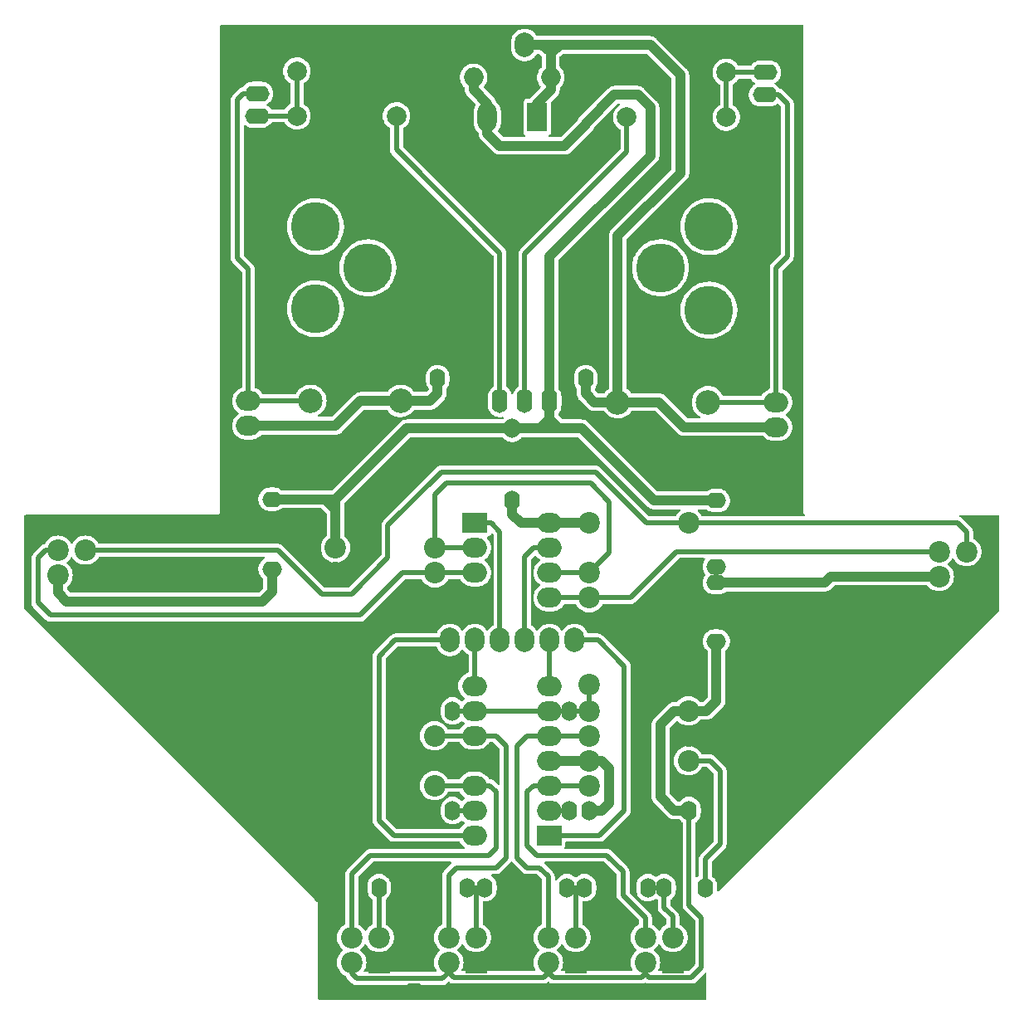
<source format=gbl>
G04 Layer: BottomLayer*
G04 EasyEDA v6.5.48, 2025-03-25 09:41:14*
G04 1b9fd03e791046f9bebca906f8adb083,878c4c1e0da8487e804687d0af4422f9,10*
G04 Gerber Generator version 0.2*
G04 Scale: 100 percent, Rotated: No, Reflected: No *
G04 Dimensions in millimeters *
G04 leading zeros omitted , absolute positions ,4 integer and 5 decimal *
%FSLAX45Y45*%
%MOMM*%

%ADD10C,1.0000*%
%ADD11C,0.5000*%
%ADD12C,2.2000*%
%ADD13R,2.2000X2.2000*%
%ADD14R,2.2000X2.0000*%
%ADD15O,1.9999959999999999X2.999994*%
%ADD16R,2.0000X3.0000*%
%ADD17O,1.5999968X2.4999949999999997*%
%ADD18O,1.9999959999999999X2.4999949999999997*%
%ADD19C,2.5000*%
%ADD20C,2.0000*%
%ADD21O,1.9999959999999999X1.9999959999999999*%
%ADD22O,2.4999949999999997X1.9999959999999999*%
%ADD23O,2.4999949999999997X1.5999968*%
%ADD24R,2.5000X2.0000*%
%ADD25C,5.0000*%
%ADD26O,1.5999968X1.9999959999999999*%
%ADD27O,1.9999959999999999X1.5999968*%
%ADD28O,2.1999956000000003X1.5999968*%
%ADD29O,0.0186X1.5999968*%

%LPD*%
G36*
X498906Y4167225D02*
G01*
X494995Y4167987D01*
X491693Y4170172D01*
X461721Y4200194D01*
X459536Y4203446D01*
X458774Y4207357D01*
X458724Y4218432D01*
X459638Y4222597D01*
X462127Y4226052D01*
X474421Y4237024D01*
X485648Y4249572D01*
X495401Y4263339D01*
X503580Y4278122D01*
X510032Y4293717D01*
X514705Y4309922D01*
X517550Y4326585D01*
X518464Y4343400D01*
X517550Y4360265D01*
X514705Y4376928D01*
X510032Y4393133D01*
X503580Y4408728D01*
X495401Y4423511D01*
X485648Y4437278D01*
X474421Y4449826D01*
X461822Y4461103D01*
X460349Y4462119D01*
X457657Y4464913D01*
X456234Y4468520D01*
X456234Y4472330D01*
X457657Y4475937D01*
X460349Y4478731D01*
X461822Y4479747D01*
X474421Y4491024D01*
X485648Y4503572D01*
X495401Y4517339D01*
X499109Y4524044D01*
X501954Y4527245D01*
X505866Y4529023D01*
X510133Y4529023D01*
X514045Y4527245D01*
X516890Y4524044D01*
X520598Y4517339D01*
X530352Y4503572D01*
X541578Y4491024D01*
X554177Y4479747D01*
X567944Y4469993D01*
X582726Y4461814D01*
X598322Y4455363D01*
X614527Y4450689D01*
X631139Y4447844D01*
X648004Y4446930D01*
X664870Y4447844D01*
X681482Y4450689D01*
X697687Y4455363D01*
X713282Y4461814D01*
X728065Y4469993D01*
X741832Y4479747D01*
X754430Y4491024D01*
X765657Y4503572D01*
X775411Y4517339D01*
X780592Y4526635D01*
X782828Y4529429D01*
X785926Y4531258D01*
X789482Y4531868D01*
X2470556Y4531868D01*
X2474823Y4530953D01*
X2478278Y4528312D01*
X2480310Y4524451D01*
X2480564Y4520082D01*
X2478938Y4516018D01*
X2475788Y4513021D01*
X2464257Y4506061D01*
X2452776Y4497070D01*
X2442514Y4486808D01*
X2433523Y4475327D01*
X2426004Y4462881D01*
X2420010Y4449622D01*
X2415692Y4435703D01*
X2413050Y4421428D01*
X2412187Y4406900D01*
X2413050Y4392371D01*
X2415692Y4378045D01*
X2420010Y4364177D01*
X2426004Y4350867D01*
X2433523Y4338421D01*
X2442514Y4326991D01*
X2452776Y4316679D01*
X2458313Y4312361D01*
X2460396Y4310126D01*
X2461717Y4307382D01*
X2462174Y4304385D01*
X2462174Y4220006D01*
X2461412Y4216095D01*
X2459228Y4212793D01*
X2416606Y4170172D01*
X2413304Y4167987D01*
X2409393Y4167225D01*
G37*

%LPD*%
G36*
X3828643Y1754632D02*
G01*
X3824732Y1755393D01*
X3821480Y1757578D01*
X3713378Y1865680D01*
X3711194Y1868932D01*
X3710432Y1872843D01*
X3710432Y3486556D01*
X3711194Y3490468D01*
X3713378Y3493719D01*
X3834180Y3614521D01*
X3837432Y3616706D01*
X3841343Y3617468D01*
X4226966Y3617468D01*
X4230827Y3616706D01*
X4234129Y3614521D01*
X4236364Y3611219D01*
X4242206Y3597046D01*
X4249826Y3583228D01*
X4258970Y3570376D01*
X4269435Y3558641D01*
X4281220Y3548176D01*
X4294073Y3539032D01*
X4307840Y3531412D01*
X4322419Y3525367D01*
X4337558Y3521049D01*
X4353052Y3518408D01*
X4368800Y3517493D01*
X4384548Y3518408D01*
X4400042Y3521049D01*
X4415231Y3525367D01*
X4429760Y3531412D01*
X4443526Y3539032D01*
X4456379Y3548176D01*
X4468164Y3558641D01*
X4478629Y3570376D01*
X4487519Y3582873D01*
X4490313Y3585565D01*
X4493869Y3586987D01*
X4497730Y3586987D01*
X4501286Y3585565D01*
X4504080Y3582873D01*
X4512970Y3570376D01*
X4523435Y3558641D01*
X4535220Y3548126D01*
X4548073Y3539032D01*
X4552035Y3536797D01*
X4554829Y3534562D01*
X4556658Y3531463D01*
X4557268Y3527907D01*
X4557268Y3356813D01*
X4556353Y3352596D01*
X4553762Y3349091D01*
X4549952Y3347059D01*
X4545330Y3345738D01*
X4530750Y3339693D01*
X4516983Y3332073D01*
X4504131Y3322980D01*
X4492396Y3312464D01*
X4481880Y3300729D01*
X4472787Y3287877D01*
X4465167Y3274060D01*
X4459122Y3259531D01*
X4454753Y3244392D01*
X4452112Y3228848D01*
X4451248Y3213100D01*
X4452112Y3197402D01*
X4454753Y3181858D01*
X4459122Y3166719D01*
X4465167Y3152140D01*
X4472787Y3138373D01*
X4481880Y3125520D01*
X4492396Y3113786D01*
X4504131Y3103270D01*
X4516678Y3094380D01*
X4519371Y3091586D01*
X4520793Y3088030D01*
X4520793Y3084169D01*
X4519371Y3080562D01*
X4516678Y3077768D01*
X4504232Y3068980D01*
X4495647Y3061258D01*
X4492345Y3059328D01*
X4488586Y3058718D01*
X4484878Y3059531D01*
X4481677Y3061665D01*
X4474108Y3069285D01*
X4462627Y3078276D01*
X4450181Y3085795D01*
X4436922Y3091738D01*
X4423003Y3096107D01*
X4408728Y3098698D01*
X4394200Y3099562D01*
X4379671Y3098698D01*
X4365345Y3096107D01*
X4351477Y3091738D01*
X4338167Y3085795D01*
X4325721Y3078276D01*
X4314291Y3069285D01*
X4303979Y3058972D01*
X4295038Y3047542D01*
X4287469Y3035096D01*
X4281525Y3021838D01*
X4277207Y3007918D01*
X4274566Y2993593D01*
X4273651Y2978759D01*
X4273651Y2939389D01*
X4274566Y2924556D01*
X4277207Y2910230D01*
X4281525Y2896362D01*
X4287469Y2883103D01*
X4295038Y2870657D01*
X4303979Y2859176D01*
X4314291Y2848914D01*
X4325721Y2839923D01*
X4338167Y2832404D01*
X4351477Y2826410D01*
X4365345Y2822092D01*
X4379671Y2819450D01*
X4394200Y2818587D01*
X4408728Y2819450D01*
X4423003Y2822092D01*
X4436922Y2826410D01*
X4450181Y2832404D01*
X4462627Y2839923D01*
X4474108Y2848914D01*
X4481728Y2856534D01*
X4484878Y2858668D01*
X4488637Y2859481D01*
X4492396Y2858871D01*
X4495698Y2856941D01*
X4504232Y2849270D01*
X4516729Y2840380D01*
X4519422Y2837637D01*
X4520844Y2834030D01*
X4520844Y2830169D01*
X4519422Y2826613D01*
X4516729Y2823819D01*
X4504232Y2814980D01*
X4492498Y2804464D01*
X4481982Y2792730D01*
X4472889Y2779877D01*
X4470654Y2775864D01*
X4468418Y2773070D01*
X4465320Y2771241D01*
X4461764Y2770632D01*
X4351883Y2770632D01*
X4348327Y2771241D01*
X4345228Y2773070D01*
X4342993Y2775864D01*
X4337812Y2785160D01*
X4328058Y2798927D01*
X4316780Y2811526D01*
X4304233Y2822803D01*
X4290466Y2832557D01*
X4275683Y2840685D01*
X4260088Y2847187D01*
X4243882Y2851861D01*
X4227220Y2854655D01*
X4210405Y2855620D01*
X4193540Y2854655D01*
X4176877Y2851861D01*
X4160672Y2847187D01*
X4145076Y2840685D01*
X4130294Y2832557D01*
X4116578Y2822803D01*
X4103979Y2811526D01*
X4092701Y2798927D01*
X4082948Y2785160D01*
X4074820Y2770428D01*
X4068318Y2754833D01*
X4063644Y2738628D01*
X4060850Y2721965D01*
X4059885Y2705100D01*
X4060850Y2688285D01*
X4063644Y2671622D01*
X4068318Y2655417D01*
X4074820Y2639822D01*
X4082948Y2625039D01*
X4092701Y2611272D01*
X4103979Y2598674D01*
X4116578Y2587447D01*
X4130294Y2577693D01*
X4145076Y2569514D01*
X4160672Y2563063D01*
X4176877Y2558389D01*
X4193540Y2555544D01*
X4210405Y2554630D01*
X4227220Y2555544D01*
X4243882Y2558389D01*
X4260088Y2563063D01*
X4275683Y2569514D01*
X4290466Y2577693D01*
X4304233Y2587447D01*
X4316780Y2598674D01*
X4328058Y2611272D01*
X4337812Y2625039D01*
X4342942Y2634335D01*
X4345228Y2637129D01*
X4348327Y2638958D01*
X4351832Y2639568D01*
X4461764Y2639568D01*
X4465320Y2638958D01*
X4468418Y2637129D01*
X4470654Y2634335D01*
X4472889Y2630373D01*
X4481982Y2617520D01*
X4492498Y2605786D01*
X4504232Y2595270D01*
X4517085Y2586177D01*
X4530852Y2578557D01*
X4545431Y2572512D01*
X4560570Y2568143D01*
X4576114Y2565501D01*
X4592116Y2564587D01*
X4641545Y2564587D01*
X4657547Y2565501D01*
X4673092Y2568143D01*
X4688230Y2572512D01*
X4702810Y2578557D01*
X4716576Y2586177D01*
X4729429Y2595270D01*
X4741164Y2605786D01*
X4751679Y2617520D01*
X4760772Y2630373D01*
X4763008Y2634335D01*
X4765243Y2637129D01*
X4768342Y2638958D01*
X4771898Y2639568D01*
X4807356Y2639568D01*
X4811268Y2638806D01*
X4814519Y2636621D01*
X4871821Y2579319D01*
X4874006Y2576068D01*
X4874768Y2572156D01*
X4874768Y2214676D01*
X4874006Y2210816D01*
X4871821Y2207514D01*
X4868519Y2205278D01*
X4864608Y2204516D01*
X4860747Y2205278D01*
X4857445Y2207514D01*
X4821783Y2243124D01*
X4813706Y2250084D01*
X4804918Y2255469D01*
X4795418Y2259380D01*
X4785461Y2261768D01*
X4774793Y2262632D01*
X4771898Y2262632D01*
X4768392Y2263241D01*
X4765294Y2265070D01*
X4763008Y2267864D01*
X4760772Y2271877D01*
X4751679Y2284730D01*
X4741164Y2296464D01*
X4729429Y2306980D01*
X4716576Y2316073D01*
X4702810Y2323693D01*
X4688230Y2329738D01*
X4673092Y2334107D01*
X4657547Y2336749D01*
X4641545Y2337612D01*
X4592116Y2337612D01*
X4576114Y2336749D01*
X4560570Y2334107D01*
X4545431Y2329738D01*
X4530852Y2323693D01*
X4517085Y2316073D01*
X4504232Y2306980D01*
X4492498Y2296464D01*
X4481982Y2284730D01*
X4472889Y2271877D01*
X4470654Y2267864D01*
X4468418Y2265070D01*
X4465320Y2263241D01*
X4461764Y2262632D01*
X4351883Y2262632D01*
X4348327Y2263241D01*
X4345228Y2265070D01*
X4342993Y2267864D01*
X4337812Y2277160D01*
X4328058Y2290927D01*
X4316780Y2303526D01*
X4304233Y2314803D01*
X4290466Y2324557D01*
X4275683Y2332685D01*
X4260088Y2339187D01*
X4243882Y2343861D01*
X4227220Y2346655D01*
X4210405Y2347620D01*
X4193540Y2346655D01*
X4176877Y2343861D01*
X4160672Y2339187D01*
X4145076Y2332685D01*
X4130294Y2324557D01*
X4116578Y2314803D01*
X4103979Y2303526D01*
X4092701Y2290927D01*
X4082948Y2277160D01*
X4074820Y2262428D01*
X4068318Y2246833D01*
X4063644Y2230628D01*
X4060850Y2213965D01*
X4059885Y2197100D01*
X4060850Y2180285D01*
X4063644Y2163622D01*
X4068318Y2147417D01*
X4074820Y2131822D01*
X4082948Y2117039D01*
X4092701Y2103272D01*
X4103979Y2090674D01*
X4116578Y2079447D01*
X4130294Y2069693D01*
X4145076Y2061514D01*
X4160672Y2055063D01*
X4176877Y2050389D01*
X4193540Y2047544D01*
X4210405Y2046630D01*
X4227220Y2047544D01*
X4243882Y2050389D01*
X4260088Y2055063D01*
X4275683Y2061514D01*
X4290466Y2069693D01*
X4304233Y2079447D01*
X4316780Y2090674D01*
X4328058Y2103272D01*
X4337812Y2117039D01*
X4342942Y2126335D01*
X4345228Y2129129D01*
X4348327Y2130958D01*
X4351832Y2131568D01*
X4461764Y2131568D01*
X4465320Y2130958D01*
X4468418Y2129129D01*
X4470654Y2126335D01*
X4472889Y2122373D01*
X4481982Y2109520D01*
X4492498Y2097786D01*
X4504232Y2087270D01*
X4516729Y2078380D01*
X4519422Y2075637D01*
X4520844Y2072030D01*
X4520844Y2068169D01*
X4519422Y2064613D01*
X4516729Y2061819D01*
X4504232Y2052980D01*
X4495647Y2045258D01*
X4492345Y2043328D01*
X4488586Y2042718D01*
X4484878Y2043531D01*
X4481677Y2045665D01*
X4474108Y2053285D01*
X4462627Y2062276D01*
X4450181Y2069795D01*
X4436922Y2075738D01*
X4423003Y2080107D01*
X4408728Y2082698D01*
X4394200Y2083562D01*
X4379671Y2082698D01*
X4365345Y2080107D01*
X4351477Y2075738D01*
X4338167Y2069795D01*
X4325721Y2062276D01*
X4314291Y2053285D01*
X4303979Y2042972D01*
X4295038Y2031542D01*
X4287469Y2019096D01*
X4281525Y2005838D01*
X4277207Y1991918D01*
X4274566Y1977593D01*
X4273651Y1962759D01*
X4273651Y1923389D01*
X4274566Y1908556D01*
X4277207Y1894230D01*
X4281525Y1880362D01*
X4287469Y1867103D01*
X4295038Y1854657D01*
X4303979Y1843176D01*
X4314291Y1832914D01*
X4325721Y1823923D01*
X4338167Y1816404D01*
X4351477Y1810410D01*
X4365345Y1806092D01*
X4379671Y1803450D01*
X4394200Y1802587D01*
X4408728Y1803450D01*
X4423003Y1806092D01*
X4436922Y1810410D01*
X4450181Y1816404D01*
X4462627Y1823923D01*
X4474108Y1832914D01*
X4481728Y1840534D01*
X4484878Y1842668D01*
X4488637Y1843481D01*
X4492396Y1842871D01*
X4495698Y1840941D01*
X4504232Y1833270D01*
X4516729Y1824380D01*
X4519422Y1821637D01*
X4520844Y1818030D01*
X4520844Y1814169D01*
X4519422Y1810613D01*
X4516729Y1807819D01*
X4504232Y1798980D01*
X4492498Y1788464D01*
X4481982Y1776730D01*
X4472889Y1763877D01*
X4470654Y1759864D01*
X4468418Y1757070D01*
X4465320Y1755241D01*
X4461764Y1754632D01*
G37*

%LPD*%
G36*
X5512714Y306832D02*
G01*
X5508599Y307695D01*
X5505196Y310134D01*
X5503062Y313740D01*
X5502605Y317906D01*
X5503824Y321868D01*
X5507380Y328371D01*
X5513832Y343966D01*
X5518505Y360172D01*
X5521350Y376834D01*
X5522315Y393649D01*
X5521350Y410514D01*
X5518505Y427177D01*
X5513832Y443382D01*
X5507380Y458978D01*
X5499252Y473760D01*
X5489448Y487527D01*
X5478221Y500075D01*
X5465622Y511352D01*
X5464149Y512368D01*
X5461508Y515162D01*
X5460034Y518769D01*
X5460034Y522579D01*
X5461508Y526186D01*
X5464149Y528980D01*
X5465622Y529996D01*
X5478221Y541274D01*
X5489448Y553821D01*
X5499252Y567588D01*
X5502910Y574243D01*
X5505754Y577494D01*
X5509666Y579272D01*
X5513933Y579272D01*
X5517845Y577494D01*
X5520690Y574243D01*
X5524347Y567639D01*
X5534101Y553872D01*
X5545378Y541274D01*
X5557926Y530047D01*
X5571693Y520293D01*
X5586476Y512114D01*
X5602071Y505663D01*
X5618276Y500989D01*
X5634939Y498144D01*
X5651804Y497179D01*
X5668619Y498144D01*
X5685282Y500989D01*
X5701487Y505663D01*
X5717082Y512114D01*
X5731865Y520293D01*
X5745632Y530047D01*
X5758180Y541274D01*
X5769457Y553872D01*
X5779211Y567639D01*
X5787390Y582422D01*
X5793841Y598017D01*
X5798515Y614222D01*
X5801360Y630834D01*
X5802274Y647700D01*
X5801360Y664565D01*
X5798515Y681177D01*
X5793841Y697382D01*
X5787390Y712978D01*
X5779211Y727760D01*
X5769457Y741527D01*
X5758180Y754126D01*
X5745632Y765352D01*
X5731865Y775106D01*
X5722721Y780186D01*
X5719927Y782421D01*
X5718098Y785520D01*
X5717489Y789076D01*
X5717794Y1005789D01*
X5718657Y1009802D01*
X5720994Y1013155D01*
X5724499Y1015339D01*
X5728563Y1015898D01*
X5740400Y1015187D01*
X5754878Y1016101D01*
X5769203Y1018692D01*
X5783122Y1023010D01*
X5796381Y1029004D01*
X5808827Y1036523D01*
X5820257Y1045514D01*
X5830570Y1055776D01*
X5839561Y1067257D01*
X5847080Y1079703D01*
X5853023Y1092962D01*
X5857392Y1106881D01*
X5859983Y1121156D01*
X5860897Y1135989D01*
X5860897Y1175410D01*
X5859983Y1190244D01*
X5857392Y1204518D01*
X5853023Y1218438D01*
X5847080Y1231696D01*
X5839561Y1244142D01*
X5830570Y1255572D01*
X5820257Y1265885D01*
X5808827Y1274876D01*
X5796381Y1282395D01*
X5783122Y1288338D01*
X5769203Y1292707D01*
X5754878Y1295298D01*
X5740400Y1296212D01*
X5725871Y1295298D01*
X5711545Y1292707D01*
X5697626Y1288338D01*
X5684367Y1282395D01*
X5671921Y1274876D01*
X5660491Y1265885D01*
X5658662Y1264056D01*
X5655360Y1261872D01*
X5651500Y1261110D01*
X5647588Y1261872D01*
X5644286Y1264056D01*
X5642457Y1265885D01*
X5631027Y1274876D01*
X5618581Y1282395D01*
X5605322Y1288338D01*
X5591403Y1292707D01*
X5577128Y1295298D01*
X5562600Y1296212D01*
X5548071Y1295298D01*
X5533745Y1292707D01*
X5519877Y1288338D01*
X5506567Y1282395D01*
X5494121Y1274876D01*
X5482691Y1265885D01*
X5472379Y1255572D01*
X5463438Y1244142D01*
X5456224Y1232255D01*
X5453227Y1229055D01*
X5449163Y1227480D01*
X5444794Y1227683D01*
X5440934Y1229766D01*
X5438292Y1233220D01*
X5437378Y1237488D01*
X5437378Y1269847D01*
X5436514Y1280515D01*
X5434126Y1290472D01*
X5430215Y1299972D01*
X5424830Y1308760D01*
X5417870Y1316837D01*
X5331714Y1403045D01*
X5329478Y1406347D01*
X5328716Y1410208D01*
X5329478Y1414119D01*
X5331714Y1417421D01*
X5335016Y1419606D01*
X5338876Y1420368D01*
X5938316Y1420368D01*
X5942228Y1419606D01*
X5945530Y1417370D01*
X6065621Y1296720D01*
X6067806Y1293418D01*
X6068568Y1289558D01*
X6068568Y1080160D01*
X6069431Y1069543D01*
X6071819Y1059535D01*
X6075730Y1050036D01*
X6081115Y1041298D01*
X6088024Y1033170D01*
X6293967Y827024D01*
X6296152Y823721D01*
X6296914Y819810D01*
X6296914Y789178D01*
X6296304Y785622D01*
X6294475Y782523D01*
X6291681Y780288D01*
X6282334Y775106D01*
X6268567Y765352D01*
X6255969Y754075D01*
X6244742Y741527D01*
X6234988Y727760D01*
X6226810Y712978D01*
X6220358Y697382D01*
X6215684Y681177D01*
X6212840Y664514D01*
X6211874Y647649D01*
X6212840Y630834D01*
X6215684Y614172D01*
X6220358Y597966D01*
X6226810Y582371D01*
X6234988Y567588D01*
X6244742Y553821D01*
X6255969Y541274D01*
X6268567Y529996D01*
X6270040Y528980D01*
X6272682Y526186D01*
X6274155Y522579D01*
X6274155Y518769D01*
X6272682Y515162D01*
X6270040Y512368D01*
X6268567Y511352D01*
X6255969Y500075D01*
X6244742Y487527D01*
X6234988Y473760D01*
X6226810Y458978D01*
X6220358Y443382D01*
X6215684Y427177D01*
X6212840Y410514D01*
X6211874Y393649D01*
X6212840Y376834D01*
X6215684Y360172D01*
X6220358Y343966D01*
X6226810Y328371D01*
X6230366Y321868D01*
X6231636Y317906D01*
X6231128Y313740D01*
X6228994Y310134D01*
X6225590Y307695D01*
X6221476Y306832D01*
G37*

%LPD*%
G36*
X6503314Y306832D02*
G01*
X6499199Y307695D01*
X6495796Y310134D01*
X6493662Y313740D01*
X6493154Y317906D01*
X6494424Y321868D01*
X6497980Y328371D01*
X6504431Y343966D01*
X6509105Y360172D01*
X6511950Y376834D01*
X6512915Y393649D01*
X6511950Y410514D01*
X6509105Y427177D01*
X6504431Y443382D01*
X6497980Y458978D01*
X6489801Y473760D01*
X6480048Y487527D01*
X6468821Y500075D01*
X6456222Y511352D01*
X6454749Y512368D01*
X6452108Y515162D01*
X6450634Y518769D01*
X6450634Y522579D01*
X6452108Y526186D01*
X6454749Y528980D01*
X6456222Y529996D01*
X6468821Y541274D01*
X6480048Y553821D01*
X6489801Y567588D01*
X6493510Y574243D01*
X6496354Y577494D01*
X6500266Y579272D01*
X6504533Y579272D01*
X6508445Y577494D01*
X6511290Y574243D01*
X6514947Y567639D01*
X6524701Y553872D01*
X6535978Y541274D01*
X6548526Y530047D01*
X6562293Y520293D01*
X6577075Y512114D01*
X6592671Y505663D01*
X6608876Y500989D01*
X6625539Y498144D01*
X6642404Y497179D01*
X6659219Y498144D01*
X6675881Y500989D01*
X6692087Y505663D01*
X6707682Y512114D01*
X6722465Y520293D01*
X6736232Y530047D01*
X6748780Y541274D01*
X6760057Y553872D01*
X6769811Y567639D01*
X6777990Y582422D01*
X6784441Y598017D01*
X6789115Y614222D01*
X6791909Y630834D01*
X6792874Y647700D01*
X6791909Y664565D01*
X6789115Y681177D01*
X6784441Y697382D01*
X6777990Y712978D01*
X6769811Y727760D01*
X6760057Y741527D01*
X6748780Y754126D01*
X6736232Y765352D01*
X6722465Y775106D01*
X6713118Y780288D01*
X6710324Y782574D01*
X6708495Y785622D01*
X6707886Y789178D01*
X6707886Y862939D01*
X6707022Y873607D01*
X6704634Y883564D01*
X6700723Y893064D01*
X6695338Y901852D01*
X6688378Y909929D01*
X6621678Y976680D01*
X6619494Y979932D01*
X6618731Y983843D01*
X6618731Y1029309D01*
X6619189Y1032306D01*
X6620509Y1035050D01*
X6622592Y1037285D01*
X6633057Y1045514D01*
X6643370Y1055776D01*
X6652361Y1067257D01*
X6659880Y1079703D01*
X6665823Y1092962D01*
X6670192Y1106881D01*
X6672783Y1121156D01*
X6673697Y1135989D01*
X6673697Y1175410D01*
X6672783Y1190244D01*
X6670192Y1204518D01*
X6665823Y1218438D01*
X6659880Y1231696D01*
X6652361Y1244142D01*
X6643370Y1255572D01*
X6633057Y1265885D01*
X6621627Y1274876D01*
X6609181Y1282395D01*
X6595922Y1288338D01*
X6582003Y1292707D01*
X6567678Y1295298D01*
X6553200Y1296212D01*
X6538671Y1295298D01*
X6524345Y1292707D01*
X6510426Y1288338D01*
X6497167Y1282395D01*
X6484721Y1274876D01*
X6476898Y1268730D01*
X6472834Y1266799D01*
X6468414Y1266799D01*
X6464350Y1268730D01*
X6456527Y1274876D01*
X6444081Y1282395D01*
X6430822Y1288338D01*
X6416903Y1292707D01*
X6402578Y1295298D01*
X6388100Y1296212D01*
X6373571Y1295298D01*
X6359245Y1292707D01*
X6345326Y1288338D01*
X6332067Y1282395D01*
X6319621Y1274876D01*
X6308191Y1265885D01*
X6297879Y1255572D01*
X6288887Y1244142D01*
X6281369Y1231696D01*
X6275425Y1218438D01*
X6271056Y1204518D01*
X6268466Y1190244D01*
X6267551Y1175410D01*
X6267551Y1135989D01*
X6268466Y1121156D01*
X6271056Y1106881D01*
X6275425Y1092962D01*
X6281369Y1079703D01*
X6288887Y1067257D01*
X6297879Y1055776D01*
X6308191Y1045514D01*
X6319621Y1036523D01*
X6332067Y1029004D01*
X6345326Y1023010D01*
X6359245Y1018692D01*
X6373571Y1016101D01*
X6388100Y1015187D01*
X6402578Y1016101D01*
X6416903Y1018692D01*
X6430822Y1023010D01*
X6444081Y1029004D01*
X6456527Y1036523D01*
X6464350Y1042669D01*
X6468414Y1044600D01*
X6472834Y1044600D01*
X6476898Y1042669D01*
X6483807Y1037285D01*
X6485890Y1035050D01*
X6487210Y1032306D01*
X6487668Y1029258D01*
X6487668Y952906D01*
X6488531Y942238D01*
X6490919Y932281D01*
X6494830Y922782D01*
X6500215Y913993D01*
X6507175Y905916D01*
X6573875Y839165D01*
X6576059Y835914D01*
X6576822Y832002D01*
X6576822Y789178D01*
X6576212Y785622D01*
X6574383Y782523D01*
X6571589Y780237D01*
X6562293Y775106D01*
X6548526Y765352D01*
X6535978Y754126D01*
X6524701Y741527D01*
X6514947Y727760D01*
X6511290Y721106D01*
X6508445Y717854D01*
X6504533Y716076D01*
X6500215Y716076D01*
X6496304Y717854D01*
X6493510Y721106D01*
X6489801Y727760D01*
X6480048Y741527D01*
X6468821Y754075D01*
X6456222Y765352D01*
X6442456Y775106D01*
X6433210Y780237D01*
X6430416Y782472D01*
X6428587Y785571D01*
X6427978Y789127D01*
X6427978Y850747D01*
X6427114Y861364D01*
X6424726Y871372D01*
X6420815Y880871D01*
X6415430Y889609D01*
X6408521Y897737D01*
X6202578Y1103884D01*
X6200394Y1107186D01*
X6199632Y1111097D01*
X6199632Y1320393D01*
X6198819Y1330909D01*
X6196431Y1340866D01*
X6192520Y1350416D01*
X6187186Y1359154D01*
X6180226Y1367282D01*
X6016498Y1531823D01*
X6008370Y1538782D01*
X5999632Y1544167D01*
X5990132Y1548130D01*
X5980176Y1550568D01*
X5969355Y1551432D01*
X5546293Y1551432D01*
X5542229Y1552244D01*
X5538825Y1554683D01*
X5536692Y1558239D01*
X5536184Y1562354D01*
X5537352Y1566367D01*
X5541213Y1573631D01*
X5543499Y1581200D01*
X5544362Y1589633D01*
X5544362Y1613408D01*
X5545124Y1617319D01*
X5547309Y1620621D01*
X5550611Y1622806D01*
X5554522Y1623568D01*
X5892393Y1623568D01*
X5903061Y1624431D01*
X5913018Y1626819D01*
X5922518Y1630730D01*
X5931306Y1636115D01*
X5939383Y1643075D01*
X6192824Y1896516D01*
X6199784Y1904593D01*
X6205169Y1913382D01*
X6209080Y1922881D01*
X6211468Y1932838D01*
X6212332Y1943506D01*
X6212332Y3415893D01*
X6211468Y3426561D01*
X6209080Y3436518D01*
X6205169Y3446018D01*
X6199784Y3454806D01*
X6192824Y3462883D01*
X5926683Y3729024D01*
X5918606Y3735984D01*
X5909818Y3741369D01*
X5900318Y3745280D01*
X5890361Y3747668D01*
X5879693Y3748532D01*
X5780633Y3748532D01*
X5776722Y3749294D01*
X5773470Y3751478D01*
X5771235Y3754780D01*
X5765393Y3768953D01*
X5757773Y3782720D01*
X5748629Y3795572D01*
X5738164Y3807307D01*
X5726379Y3817823D01*
X5713526Y3826916D01*
X5699760Y3834536D01*
X5685231Y3840581D01*
X5670042Y3844950D01*
X5654548Y3847592D01*
X5638800Y3848455D01*
X5623052Y3847592D01*
X5607558Y3844950D01*
X5592419Y3840581D01*
X5577840Y3834536D01*
X5564073Y3826916D01*
X5551220Y3817823D01*
X5539435Y3807307D01*
X5528970Y3795572D01*
X5520080Y3783076D01*
X5517286Y3780434D01*
X5513730Y3778961D01*
X5509869Y3778961D01*
X5506313Y3780434D01*
X5503519Y3783076D01*
X5494629Y3795572D01*
X5484164Y3807307D01*
X5472379Y3817823D01*
X5459526Y3826916D01*
X5445760Y3834536D01*
X5431231Y3840581D01*
X5416042Y3844950D01*
X5400548Y3847592D01*
X5384800Y3848455D01*
X5369052Y3847592D01*
X5353558Y3844950D01*
X5338419Y3840581D01*
X5323840Y3834536D01*
X5310073Y3826916D01*
X5297220Y3817823D01*
X5285435Y3807307D01*
X5274970Y3795572D01*
X5266080Y3783076D01*
X5263286Y3780434D01*
X5259730Y3778961D01*
X5255869Y3778961D01*
X5252313Y3780434D01*
X5249519Y3783076D01*
X5240629Y3795572D01*
X5230164Y3807307D01*
X5218379Y3817823D01*
X5205526Y3826916D01*
X5201564Y3829151D01*
X5198770Y3831386D01*
X5196941Y3834485D01*
X5196332Y3838041D01*
X5196332Y4502556D01*
X5197094Y4506468D01*
X5199278Y4509719D01*
X5230977Y4541418D01*
X5234686Y4543806D01*
X5239004Y4544364D01*
X5243220Y4543094D01*
X5246471Y4540148D01*
X5249976Y4535170D01*
X5260441Y4523435D01*
X5272227Y4512970D01*
X5284724Y4504080D01*
X5287365Y4501286D01*
X5288788Y4497730D01*
X5288788Y4493869D01*
X5287365Y4490313D01*
X5284724Y4487519D01*
X5272227Y4478629D01*
X5260441Y4468114D01*
X5249976Y4456379D01*
X5240832Y4443526D01*
X5233212Y4429760D01*
X5227167Y4415180D01*
X5222849Y4400042D01*
X5220208Y4384548D01*
X5219293Y4368800D01*
X5220208Y4353052D01*
X5222849Y4337507D01*
X5227167Y4322368D01*
X5233212Y4307840D01*
X5240832Y4294022D01*
X5249976Y4281170D01*
X5260441Y4269435D01*
X5272227Y4258970D01*
X5284724Y4250080D01*
X5287365Y4247286D01*
X5288788Y4243730D01*
X5288788Y4239869D01*
X5287365Y4236313D01*
X5284724Y4233519D01*
X5272227Y4224629D01*
X5260441Y4214114D01*
X5249976Y4202379D01*
X5240832Y4189526D01*
X5233212Y4175760D01*
X5227167Y4161180D01*
X5222849Y4146042D01*
X5220208Y4130548D01*
X5219293Y4114800D01*
X5220208Y4099051D01*
X5222849Y4083507D01*
X5227167Y4068368D01*
X5233212Y4053840D01*
X5240832Y4040022D01*
X5249976Y4027170D01*
X5260441Y4015435D01*
X5272227Y4004970D01*
X5285028Y3995826D01*
X5298846Y3988206D01*
X5313375Y3982161D01*
X5328513Y3977843D01*
X5344058Y3975201D01*
X5360060Y3974287D01*
X5409539Y3974287D01*
X5425541Y3975201D01*
X5441086Y3977843D01*
X5456224Y3982161D01*
X5470753Y3988206D01*
X5484571Y3995826D01*
X5497423Y4004970D01*
X5509158Y4015435D01*
X5519623Y4027170D01*
X5528767Y4040022D01*
X5530951Y4044035D01*
X5533237Y4046829D01*
X5536336Y4048658D01*
X5539841Y4049268D01*
X5649722Y4049268D01*
X5653227Y4048658D01*
X5656326Y4046829D01*
X5658612Y4044035D01*
X5663742Y4034739D01*
X5673547Y4020972D01*
X5684774Y4008374D01*
X5697372Y3997147D01*
X5711139Y3987342D01*
X5725871Y3979214D01*
X5741466Y3972763D01*
X5757722Y3968089D01*
X5774334Y3965244D01*
X5791200Y3964279D01*
X5808014Y3965244D01*
X5824677Y3968089D01*
X5840882Y3972763D01*
X5856478Y3979214D01*
X5871260Y3987342D01*
X5885027Y3997147D01*
X5897626Y4008374D01*
X5908852Y4020972D01*
X5918606Y4034739D01*
X5923788Y4044035D01*
X5926023Y4046829D01*
X5929122Y4048658D01*
X5932678Y4049268D01*
X6209893Y4049268D01*
X6220561Y4050131D01*
X6230518Y4052519D01*
X6240018Y4056430D01*
X6248806Y4061815D01*
X6256883Y4068775D01*
X6704380Y4516221D01*
X6707631Y4518406D01*
X6711543Y4519168D01*
X6961022Y4519168D01*
X6965391Y4518202D01*
X6968947Y4515408D01*
X6970928Y4511344D01*
X6970928Y4506823D01*
X6968998Y4502759D01*
X6967423Y4500727D01*
X6959904Y4488281D01*
X6953910Y4475022D01*
X6949592Y4461103D01*
X6947001Y4446828D01*
X6946087Y4432300D01*
X6947001Y4417771D01*
X6949592Y4403445D01*
X6953910Y4389577D01*
X6959904Y4376267D01*
X6967423Y4363821D01*
X6973570Y4355998D01*
X6975500Y4351985D01*
X6975500Y4347514D01*
X6973570Y4343450D01*
X6967423Y4335627D01*
X6959904Y4323181D01*
X6953910Y4309922D01*
X6949592Y4296003D01*
X6947001Y4281728D01*
X6946087Y4267200D01*
X6947001Y4252671D01*
X6949592Y4238345D01*
X6953910Y4224477D01*
X6959904Y4211167D01*
X6967423Y4198721D01*
X6976414Y4187291D01*
X6986676Y4176979D01*
X6998157Y4168038D01*
X7010603Y4160469D01*
X7023862Y4154525D01*
X7037781Y4150207D01*
X7052056Y4147565D01*
X7066889Y4146651D01*
X7106310Y4146651D01*
X7121144Y4147565D01*
X7135418Y4150207D01*
X7149338Y4154525D01*
X7162596Y4160469D01*
X7175042Y4168038D01*
X7183323Y4174540D01*
X7186269Y4176115D01*
X7189622Y4176674D01*
X8191246Y4176674D01*
X8203641Y4177487D01*
X8215731Y4179976D01*
X8227364Y4184091D01*
X8238388Y4189780D01*
X8246313Y4195165D01*
X8255660Y4203395D01*
X8289544Y4237228D01*
X8292846Y4239463D01*
X8296706Y4240225D01*
X9234424Y4240225D01*
X9238538Y4239310D01*
X9241993Y4236821D01*
X9253169Y4224324D01*
X9265767Y4213047D01*
X9279534Y4203293D01*
X9294266Y4195114D01*
X9309862Y4188663D01*
X9326118Y4183989D01*
X9342729Y4181195D01*
X9359595Y4180230D01*
X9376460Y4181195D01*
X9393072Y4183989D01*
X9409277Y4188663D01*
X9424873Y4195114D01*
X9439656Y4203293D01*
X9453422Y4213047D01*
X9466021Y4224324D01*
X9477248Y4236872D01*
X9487001Y4250639D01*
X9495180Y4265422D01*
X9501632Y4281017D01*
X9506305Y4297222D01*
X9509150Y4313885D01*
X9510064Y4330700D01*
X9509150Y4347565D01*
X9506305Y4364228D01*
X9501632Y4380433D01*
X9495180Y4396028D01*
X9487001Y4410811D01*
X9477248Y4424578D01*
X9466021Y4437126D01*
X9453422Y4448403D01*
X9451949Y4449419D01*
X9449257Y4452213D01*
X9447834Y4455820D01*
X9447834Y4459630D01*
X9449257Y4463237D01*
X9451949Y4466031D01*
X9453422Y4467047D01*
X9466021Y4478324D01*
X9477248Y4490872D01*
X9487001Y4504639D01*
X9490710Y4511294D01*
X9493504Y4514545D01*
X9497415Y4516323D01*
X9501733Y4516323D01*
X9505645Y4514545D01*
X9508490Y4511294D01*
X9512147Y4504639D01*
X9521901Y4490872D01*
X9533178Y4478324D01*
X9545726Y4467047D01*
X9559493Y4457293D01*
X9574276Y4449114D01*
X9589871Y4442663D01*
X9606076Y4437989D01*
X9622739Y4435195D01*
X9639604Y4434230D01*
X9656419Y4435195D01*
X9673082Y4437989D01*
X9689287Y4442663D01*
X9704882Y4449114D01*
X9719665Y4457293D01*
X9733432Y4467047D01*
X9745980Y4478324D01*
X9757257Y4490872D01*
X9767011Y4504639D01*
X9775190Y4519422D01*
X9781641Y4535017D01*
X9786315Y4551222D01*
X9789160Y4567885D01*
X9790074Y4584700D01*
X9789160Y4601565D01*
X9786315Y4618228D01*
X9781641Y4634433D01*
X9775190Y4650028D01*
X9767011Y4664811D01*
X9757257Y4678578D01*
X9745980Y4691126D01*
X9733432Y4702403D01*
X9719665Y4712157D01*
X9710318Y4717338D01*
X9707524Y4719574D01*
X9705695Y4722672D01*
X9705086Y4726228D01*
X9705086Y4787239D01*
X9704222Y4797907D01*
X9701834Y4807864D01*
X9697923Y4817364D01*
X9692538Y4826152D01*
X9685578Y4834229D01*
X9596983Y4922824D01*
X9588906Y4929784D01*
X9580118Y4935169D01*
X9573107Y4938064D01*
X9569805Y4940249D01*
X9567621Y4943551D01*
X9566859Y4947412D01*
X9567621Y4951323D01*
X9569805Y4954625D01*
X9573107Y4956810D01*
X9577019Y4957572D01*
X9963912Y4957572D01*
X9967772Y4956810D01*
X9971074Y4954625D01*
X9973310Y4951323D01*
X9974072Y4947412D01*
X9974072Y3990086D01*
X9973310Y3986174D01*
X9971074Y3982872D01*
X7109714Y1121511D01*
X7106310Y1119276D01*
X7102348Y1118514D01*
X7098385Y1119428D01*
X7095083Y1121816D01*
X7092950Y1125270D01*
X7092391Y1129284D01*
X7092797Y1135989D01*
X7092797Y1175410D01*
X7091883Y1190244D01*
X7089292Y1204518D01*
X7084974Y1218438D01*
X7078980Y1231696D01*
X7071461Y1244142D01*
X7062470Y1255623D01*
X7052208Y1265885D01*
X7041692Y1274114D01*
X7039609Y1276350D01*
X7038289Y1279093D01*
X7037831Y1282090D01*
X7037831Y1416456D01*
X7038594Y1420368D01*
X7040778Y1423619D01*
X7170724Y1553616D01*
X7177684Y1561693D01*
X7183069Y1570482D01*
X7186980Y1579981D01*
X7189368Y1589938D01*
X7190231Y1600606D01*
X7190231Y2349093D01*
X7189368Y2359761D01*
X7186980Y2369718D01*
X7183069Y2379218D01*
X7177684Y2388006D01*
X7170724Y2396083D01*
X7069683Y2497124D01*
X7061606Y2504084D01*
X7052818Y2509469D01*
X7043318Y2513380D01*
X7033361Y2515768D01*
X7022693Y2516632D01*
X6942683Y2516632D01*
X6939127Y2517241D01*
X6936028Y2519070D01*
X6933742Y2521864D01*
X6928612Y2531160D01*
X6918858Y2544927D01*
X6907580Y2557526D01*
X6895033Y2568803D01*
X6881266Y2578557D01*
X6866483Y2586685D01*
X6850888Y2593187D01*
X6834682Y2597861D01*
X6818020Y2600655D01*
X6801205Y2601620D01*
X6784340Y2600655D01*
X6767677Y2597861D01*
X6751472Y2593187D01*
X6735876Y2586685D01*
X6721094Y2578557D01*
X6707327Y2568803D01*
X6694779Y2557526D01*
X6683502Y2544927D01*
X6673748Y2531160D01*
X6665569Y2516428D01*
X6659118Y2500833D01*
X6654444Y2484628D01*
X6651650Y2467965D01*
X6650685Y2451100D01*
X6651650Y2434285D01*
X6654444Y2417622D01*
X6659118Y2401417D01*
X6665569Y2385822D01*
X6673748Y2371039D01*
X6683502Y2357272D01*
X6694779Y2344674D01*
X6707327Y2333447D01*
X6721094Y2323693D01*
X6735876Y2315514D01*
X6751472Y2309063D01*
X6767677Y2304389D01*
X6784340Y2301544D01*
X6801205Y2300630D01*
X6818020Y2301544D01*
X6834682Y2304389D01*
X6850888Y2309063D01*
X6866483Y2315514D01*
X6881266Y2323693D01*
X6895033Y2333447D01*
X6907580Y2344674D01*
X6918858Y2357272D01*
X6928612Y2371039D01*
X6933742Y2380335D01*
X6936028Y2383129D01*
X6939127Y2384958D01*
X6942632Y2385568D01*
X6991756Y2385568D01*
X6995668Y2384806D01*
X6998919Y2382621D01*
X7056221Y2325319D01*
X7058406Y2322068D01*
X7059168Y2318156D01*
X7059168Y1631543D01*
X7058406Y1627632D01*
X7056221Y1624380D01*
X6926275Y1494383D01*
X6919315Y1486306D01*
X6913930Y1477518D01*
X6910019Y1468018D01*
X6907631Y1458061D01*
X6906768Y1447393D01*
X6906768Y1282141D01*
X6906310Y1279093D01*
X6904990Y1276350D01*
X6902907Y1274114D01*
X6892391Y1265885D01*
X6890054Y1263548D01*
X6886752Y1261364D01*
X6882892Y1260602D01*
X6878980Y1261364D01*
X6875678Y1263548D01*
X6873494Y1266850D01*
X6872731Y1270762D01*
X6872731Y1816709D01*
X6873189Y1819706D01*
X6874509Y1822450D01*
X6876592Y1824685D01*
X6887108Y1832914D01*
X6897370Y1843176D01*
X6906361Y1854657D01*
X6913880Y1867103D01*
X6919874Y1880362D01*
X6924192Y1894281D01*
X6926783Y1908556D01*
X6927697Y1923389D01*
X6927697Y1962810D01*
X6926783Y1977643D01*
X6924192Y1991918D01*
X6919874Y2005838D01*
X6913880Y2019096D01*
X6906361Y2031542D01*
X6897370Y2042972D01*
X6887108Y2053285D01*
X6875627Y2062276D01*
X6863181Y2069795D01*
X6849922Y2075738D01*
X6836003Y2080107D01*
X6821728Y2082698D01*
X6807200Y2083612D01*
X6792671Y2082698D01*
X6778345Y2080107D01*
X6764477Y2075738D01*
X6751167Y2069795D01*
X6738721Y2062276D01*
X6727291Y2053285D01*
X6716979Y2042972D01*
X6712712Y2037486D01*
X6710476Y2035403D01*
X6707733Y2034082D01*
X6704685Y2033625D01*
X6696506Y2033625D01*
X6692595Y2034387D01*
X6689293Y2036572D01*
X6608572Y2117293D01*
X6606387Y2120595D01*
X6605625Y2124506D01*
X6605625Y2777693D01*
X6606387Y2781604D01*
X6608572Y2784906D01*
X6678523Y2854807D01*
X6681927Y2857042D01*
X6685991Y2857754D01*
X6689953Y2856839D01*
X6693255Y2854401D01*
X6694779Y2852674D01*
X6707327Y2841447D01*
X6721094Y2831693D01*
X6735876Y2823514D01*
X6751472Y2817063D01*
X6767677Y2812389D01*
X6784340Y2809544D01*
X6801205Y2808630D01*
X6818020Y2809544D01*
X6834682Y2812389D01*
X6850888Y2817063D01*
X6866483Y2823514D01*
X6881266Y2831693D01*
X6895033Y2841447D01*
X6907580Y2852674D01*
X6918756Y2865221D01*
X6922211Y2867710D01*
X6926325Y2868574D01*
X6984746Y2868574D01*
X6994448Y2869082D01*
X6997141Y2869387D01*
X7009231Y2871876D01*
X7020915Y2875991D01*
X7031888Y2881680D01*
X7039813Y2887065D01*
X7041997Y2888792D01*
X7049211Y2895295D01*
X7150404Y2996488D01*
X7156907Y3003702D01*
X7158634Y3005886D01*
X7164019Y3013811D01*
X7169708Y3024784D01*
X7173823Y3036468D01*
X7176312Y3048558D01*
X7176617Y3051251D01*
X7177125Y3060954D01*
X7177125Y3567785D01*
X7177582Y3570833D01*
X7178903Y3573576D01*
X7180986Y3575812D01*
X7186472Y3580079D01*
X7196785Y3590391D01*
X7205725Y3601821D01*
X7213295Y3614318D01*
X7219238Y3627577D01*
X7223556Y3641445D01*
X7226198Y3655771D01*
X7227062Y3670300D01*
X7226198Y3684828D01*
X7223556Y3699103D01*
X7219238Y3713022D01*
X7213295Y3726281D01*
X7205725Y3738727D01*
X7196785Y3750208D01*
X7186472Y3760470D01*
X7175042Y3769461D01*
X7162596Y3776979D01*
X7149338Y3782974D01*
X7135418Y3787292D01*
X7121093Y3789883D01*
X7106259Y3790797D01*
X7066889Y3790797D01*
X7052056Y3789883D01*
X7037730Y3787292D01*
X7023862Y3782974D01*
X7010603Y3776979D01*
X6998157Y3769461D01*
X6986676Y3760470D01*
X6976414Y3750208D01*
X6967423Y3738727D01*
X6959904Y3726281D01*
X6953910Y3713022D01*
X6949592Y3699103D01*
X6946950Y3684828D01*
X6946087Y3670300D01*
X6946950Y3655771D01*
X6949592Y3641445D01*
X6953910Y3627577D01*
X6959904Y3614318D01*
X6967423Y3601821D01*
X6976414Y3590391D01*
X6986676Y3580079D01*
X6992213Y3575761D01*
X6994296Y3573576D01*
X6995617Y3570833D01*
X6996074Y3567785D01*
X6996074Y3102406D01*
X6995312Y3098495D01*
X6993128Y3095193D01*
X6950506Y3052572D01*
X6947204Y3050387D01*
X6943293Y3049625D01*
X6926376Y3049625D01*
X6922211Y3050489D01*
X6918807Y3052978D01*
X6907580Y3065526D01*
X6895033Y3076803D01*
X6881266Y3086557D01*
X6866483Y3094685D01*
X6850888Y3101187D01*
X6834682Y3105861D01*
X6818020Y3108655D01*
X6801205Y3109620D01*
X6784340Y3108655D01*
X6767677Y3105861D01*
X6751472Y3101187D01*
X6735876Y3094685D01*
X6721094Y3086557D01*
X6707327Y3076803D01*
X6694779Y3065526D01*
X6683552Y3052978D01*
X6680149Y3050489D01*
X6675983Y3049625D01*
X6655053Y3049625D01*
X6645351Y3049117D01*
X6642658Y3048812D01*
X6630568Y3046323D01*
X6618884Y3042208D01*
X6607911Y3036519D01*
X6599986Y3031134D01*
X6597802Y3029407D01*
X6590588Y3022904D01*
X6451295Y2883611D01*
X6444792Y2876397D01*
X6443065Y2874213D01*
X6437680Y2866288D01*
X6431991Y2855315D01*
X6427876Y2843631D01*
X6425387Y2831541D01*
X6425082Y2828848D01*
X6424574Y2819146D01*
X6424574Y2083054D01*
X6425082Y2073351D01*
X6425387Y2070658D01*
X6427876Y2058568D01*
X6431991Y2046884D01*
X6437680Y2035911D01*
X6443065Y2027986D01*
X6444792Y2025802D01*
X6451295Y2018588D01*
X6590588Y1879295D01*
X6597802Y1872792D01*
X6599986Y1871065D01*
X6607911Y1865680D01*
X6618884Y1859991D01*
X6630568Y1855876D01*
X6642658Y1853387D01*
X6645351Y1853082D01*
X6655053Y1852574D01*
X6704685Y1852574D01*
X6707733Y1852117D01*
X6710476Y1850796D01*
X6712712Y1848713D01*
X6716979Y1843176D01*
X6727291Y1832914D01*
X6737807Y1824685D01*
X6739890Y1822450D01*
X6741210Y1819706D01*
X6741668Y1816658D01*
X6741668Y978306D01*
X6742531Y967638D01*
X6744919Y957681D01*
X6748830Y948182D01*
X6754215Y939393D01*
X6761175Y931316D01*
X6865721Y826719D01*
X6867906Y823468D01*
X6868668Y819556D01*
X6868668Y374243D01*
X6867906Y370332D01*
X6865721Y367080D01*
X6808419Y309778D01*
X6805168Y307594D01*
X6801256Y306832D01*
G37*

%LPD*%
G36*
X4496714Y306832D02*
G01*
X4492599Y307695D01*
X4489196Y310134D01*
X4487062Y313740D01*
X4486605Y317906D01*
X4487824Y321868D01*
X4491380Y328371D01*
X4497832Y343966D01*
X4502505Y360172D01*
X4505350Y376834D01*
X4506315Y393649D01*
X4505350Y410514D01*
X4502505Y427177D01*
X4497832Y443382D01*
X4491380Y458978D01*
X4483252Y473760D01*
X4473448Y487527D01*
X4462221Y500075D01*
X4449622Y511352D01*
X4448149Y512368D01*
X4445508Y515162D01*
X4444034Y518769D01*
X4444034Y522579D01*
X4445508Y526186D01*
X4448149Y528980D01*
X4449622Y529996D01*
X4462221Y541274D01*
X4473448Y553821D01*
X4483252Y567588D01*
X4486910Y574243D01*
X4489754Y577494D01*
X4493666Y579272D01*
X4497933Y579272D01*
X4501845Y577494D01*
X4504690Y574243D01*
X4508347Y567639D01*
X4518101Y553872D01*
X4529378Y541274D01*
X4541926Y530047D01*
X4555693Y520293D01*
X4570476Y512114D01*
X4586071Y505663D01*
X4602276Y500989D01*
X4618939Y498144D01*
X4635804Y497179D01*
X4652619Y498144D01*
X4669282Y500989D01*
X4685487Y505663D01*
X4701082Y512114D01*
X4715865Y520293D01*
X4729632Y530047D01*
X4742180Y541274D01*
X4753457Y553872D01*
X4763211Y567639D01*
X4771390Y582422D01*
X4777841Y598017D01*
X4782515Y614222D01*
X4785360Y630834D01*
X4786274Y647700D01*
X4785360Y664565D01*
X4782515Y681177D01*
X4777841Y697382D01*
X4771390Y712978D01*
X4763211Y727760D01*
X4753457Y741527D01*
X4742180Y754126D01*
X4729632Y765352D01*
X4715865Y775106D01*
X4706721Y780186D01*
X4703927Y782421D01*
X4702098Y785520D01*
X4701489Y789076D01*
X4701794Y1005789D01*
X4702657Y1009802D01*
X4704994Y1013155D01*
X4708499Y1015339D01*
X4712563Y1015898D01*
X4724400Y1015187D01*
X4738928Y1016101D01*
X4753203Y1018692D01*
X4767122Y1023010D01*
X4780381Y1029004D01*
X4792827Y1036523D01*
X4804257Y1045514D01*
X4814570Y1055776D01*
X4823561Y1067257D01*
X4831080Y1079703D01*
X4837023Y1092962D01*
X4841392Y1106881D01*
X4843983Y1121156D01*
X4844897Y1135989D01*
X4844897Y1175410D01*
X4843983Y1190244D01*
X4841392Y1204518D01*
X4837023Y1218438D01*
X4831080Y1231696D01*
X4823561Y1244142D01*
X4814570Y1255572D01*
X4804257Y1265885D01*
X4792370Y1275232D01*
X4789678Y1278432D01*
X4788509Y1282395D01*
X4789017Y1286560D01*
X4791151Y1290116D01*
X4794554Y1292555D01*
X4798618Y1293368D01*
X4838293Y1293368D01*
X4848961Y1294231D01*
X4858918Y1296619D01*
X4868418Y1300530D01*
X4877206Y1305915D01*
X4885283Y1312875D01*
X4986324Y1413916D01*
X4989728Y1417828D01*
X4993182Y1420469D01*
X4997450Y1421434D01*
X5001717Y1420469D01*
X5005171Y1417828D01*
X5008575Y1413916D01*
X5109616Y1312875D01*
X5117693Y1305915D01*
X5126482Y1300530D01*
X5135981Y1296619D01*
X5145938Y1294231D01*
X5156606Y1293368D01*
X5251856Y1293368D01*
X5255768Y1292606D01*
X5259019Y1290421D01*
X5303367Y1246073D01*
X5305552Y1242822D01*
X5306314Y1238910D01*
X5306314Y789178D01*
X5305704Y785622D01*
X5303875Y782523D01*
X5301081Y780288D01*
X5291734Y775106D01*
X5277967Y765352D01*
X5265369Y754075D01*
X5254142Y741527D01*
X5244388Y727760D01*
X5236210Y712978D01*
X5229758Y697382D01*
X5225084Y681177D01*
X5222240Y664514D01*
X5221325Y647649D01*
X5222240Y630834D01*
X5225084Y614172D01*
X5229758Y597966D01*
X5236210Y582371D01*
X5244388Y567588D01*
X5254142Y553821D01*
X5265369Y541274D01*
X5277967Y529996D01*
X5279440Y528980D01*
X5282133Y526186D01*
X5283555Y522579D01*
X5283555Y518769D01*
X5282133Y515162D01*
X5279440Y512368D01*
X5277967Y511352D01*
X5265369Y500075D01*
X5254142Y487527D01*
X5244388Y473760D01*
X5236210Y458978D01*
X5229758Y443382D01*
X5225084Y427177D01*
X5222240Y410514D01*
X5221325Y393649D01*
X5222240Y376834D01*
X5225084Y360172D01*
X5229758Y343966D01*
X5236210Y328371D01*
X5239816Y321868D01*
X5241036Y317906D01*
X5240528Y313740D01*
X5238394Y310134D01*
X5234990Y307695D01*
X5230926Y306832D01*
G37*

%LPD*%
G36*
X3498494Y294132D02*
G01*
X3494176Y295046D01*
X3490671Y297738D01*
X3488639Y301701D01*
X3488486Y306070D01*
X3490163Y310134D01*
X3492652Y313588D01*
X3500780Y328371D01*
X3507232Y343966D01*
X3511905Y360172D01*
X3514750Y376834D01*
X3515715Y393649D01*
X3514750Y410514D01*
X3511905Y427177D01*
X3507232Y443382D01*
X3500780Y458978D01*
X3492652Y473760D01*
X3482848Y487527D01*
X3471621Y500075D01*
X3459022Y511352D01*
X3457549Y512368D01*
X3454908Y515162D01*
X3453485Y518769D01*
X3453485Y522579D01*
X3454908Y526186D01*
X3457549Y528980D01*
X3459022Y529996D01*
X3471621Y541274D01*
X3482848Y553821D01*
X3492652Y567588D01*
X3496310Y574243D01*
X3499154Y577494D01*
X3503066Y579272D01*
X3507333Y579272D01*
X3511245Y577494D01*
X3514090Y574243D01*
X3517747Y567639D01*
X3527501Y553872D01*
X3538778Y541274D01*
X3551377Y530047D01*
X3565144Y520293D01*
X3579876Y512114D01*
X3595471Y505663D01*
X3611676Y500989D01*
X3628339Y498144D01*
X3645204Y497179D01*
X3662019Y498144D01*
X3678682Y500989D01*
X3694887Y505663D01*
X3710482Y512114D01*
X3725265Y520293D01*
X3739032Y530047D01*
X3751630Y541274D01*
X3762857Y553872D01*
X3772611Y567639D01*
X3780790Y582422D01*
X3787241Y598017D01*
X3791915Y614222D01*
X3794760Y630834D01*
X3795674Y647700D01*
X3794760Y664565D01*
X3791915Y681177D01*
X3787241Y697382D01*
X3780790Y712978D01*
X3772611Y727760D01*
X3762857Y741527D01*
X3751630Y754126D01*
X3739032Y765352D01*
X3725265Y775106D01*
X3715816Y780338D01*
X3713073Y782574D01*
X3711244Y785672D01*
X3710584Y789228D01*
X3710482Y1029360D01*
X3710940Y1032357D01*
X3712260Y1035100D01*
X3714394Y1037336D01*
X3724808Y1045514D01*
X3735070Y1055776D01*
X3744061Y1067257D01*
X3751579Y1079703D01*
X3757523Y1092962D01*
X3761892Y1106881D01*
X3764483Y1121156D01*
X3765397Y1135989D01*
X3765397Y1175410D01*
X3764483Y1190244D01*
X3761892Y1204518D01*
X3757523Y1218438D01*
X3751579Y1231696D01*
X3744061Y1244142D01*
X3735070Y1255572D01*
X3724808Y1265885D01*
X3713327Y1274876D01*
X3700881Y1282395D01*
X3687622Y1288338D01*
X3673703Y1292707D01*
X3659428Y1295298D01*
X3644900Y1296212D01*
X3630371Y1295298D01*
X3616045Y1292707D01*
X3602177Y1288338D01*
X3588867Y1282395D01*
X3576421Y1274876D01*
X3564991Y1265885D01*
X3554679Y1255572D01*
X3545738Y1244142D01*
X3538169Y1231696D01*
X3532225Y1218438D01*
X3527907Y1204518D01*
X3525265Y1190244D01*
X3524351Y1175410D01*
X3524351Y1135989D01*
X3525265Y1121156D01*
X3527907Y1106881D01*
X3532225Y1092962D01*
X3538169Y1079703D01*
X3545738Y1067257D01*
X3554679Y1055776D01*
X3564991Y1045514D01*
X3575558Y1037234D01*
X3577640Y1034999D01*
X3579012Y1032256D01*
X3579469Y1029208D01*
X3579571Y789127D01*
X3578961Y785571D01*
X3577132Y782472D01*
X3574338Y780237D01*
X3565144Y775106D01*
X3551377Y765352D01*
X3538778Y754126D01*
X3527501Y741527D01*
X3517747Y727760D01*
X3514090Y721106D01*
X3511245Y717854D01*
X3507333Y716076D01*
X3503066Y716076D01*
X3499104Y717854D01*
X3496310Y721106D01*
X3492652Y727760D01*
X3482848Y741527D01*
X3471621Y754075D01*
X3459022Y765352D01*
X3445256Y775106D01*
X3436061Y780186D01*
X3433267Y782472D01*
X3431438Y785571D01*
X3430828Y789076D01*
X3430981Y1264056D01*
X3431794Y1267917D01*
X3433978Y1271219D01*
X3580180Y1417421D01*
X3583432Y1419606D01*
X3587343Y1420368D01*
X4376623Y1420368D01*
X4380484Y1419606D01*
X4383786Y1417421D01*
X4386021Y1414119D01*
X4386783Y1410208D01*
X4386021Y1406347D01*
X4383786Y1403045D01*
X4310075Y1329283D01*
X4303115Y1321206D01*
X4297781Y1312468D01*
X4293819Y1302969D01*
X4291431Y1292961D01*
X4290568Y1282344D01*
X4290364Y789178D01*
X4289755Y785672D01*
X4287926Y782574D01*
X4285132Y780288D01*
X4275734Y775106D01*
X4261967Y765352D01*
X4249369Y754075D01*
X4238142Y741527D01*
X4228388Y727760D01*
X4220210Y712978D01*
X4213758Y697382D01*
X4209084Y681177D01*
X4206240Y664514D01*
X4205325Y647649D01*
X4206240Y630834D01*
X4209084Y614172D01*
X4213758Y597966D01*
X4220210Y582371D01*
X4228388Y567588D01*
X4238142Y553821D01*
X4249369Y541274D01*
X4261967Y529996D01*
X4263440Y528980D01*
X4266133Y526186D01*
X4267555Y522579D01*
X4267555Y518769D01*
X4266133Y515162D01*
X4263440Y512368D01*
X4261967Y511352D01*
X4249369Y500075D01*
X4238142Y487527D01*
X4228388Y473760D01*
X4220210Y458978D01*
X4213758Y443382D01*
X4209084Y427177D01*
X4206240Y410514D01*
X4205325Y393649D01*
X4206240Y376834D01*
X4209084Y360172D01*
X4213758Y343966D01*
X4220210Y328371D01*
X4228388Y313588D01*
X4230827Y310134D01*
X4232554Y306070D01*
X4232351Y301701D01*
X4230319Y297738D01*
X4226864Y295046D01*
X4222546Y294132D01*
G37*

%LPD*%
G36*
X3033268Y13208D02*
G01*
X3029356Y13970D01*
X3026054Y16205D01*
X3023870Y19507D01*
X3023108Y23368D01*
X3023108Y990244D01*
X3022803Y994054D01*
X3020771Y1001115D01*
X3018028Y1005992D01*
X3015234Y1009243D01*
X28854Y3995572D01*
X26670Y3998874D01*
X25908Y4002786D01*
X25908Y4949190D01*
X26670Y4953101D01*
X28854Y4956403D01*
X32156Y4958588D01*
X36068Y4959350D01*
X1993290Y4959350D01*
X1999792Y4960162D01*
X2005330Y4962245D01*
X2010410Y4965801D01*
X2013457Y4968849D01*
X2016099Y4972456D01*
X2018588Y4977993D01*
X2019807Y4985410D01*
X2019807Y9946182D01*
X2020570Y9950094D01*
X2022754Y9953345D01*
X2026056Y9955580D01*
X2029968Y9956342D01*
X7964931Y9961372D01*
X7968792Y9960610D01*
X7972094Y9958374D01*
X7974330Y9955072D01*
X7975092Y9951212D01*
X7975092Y4984140D01*
X7975853Y4977638D01*
X7977987Y4972100D01*
X7981492Y4966970D01*
X7984540Y4963922D01*
X7988960Y4960670D01*
X7991805Y4957521D01*
X7993075Y4953508D01*
X7992618Y4949291D01*
X7990484Y4945634D01*
X7987080Y4943195D01*
X7982966Y4942332D01*
X6948627Y4942332D01*
X6945122Y4942941D01*
X6942023Y4944770D01*
X6939737Y4947564D01*
X6934606Y4956860D01*
X6924852Y4970627D01*
X6913625Y4983226D01*
X6901027Y4994452D01*
X6898233Y4996434D01*
X6895338Y4999583D01*
X6894017Y5003596D01*
X6894423Y5007813D01*
X6896506Y5011521D01*
X6899960Y5014010D01*
X6904075Y5014874D01*
X6983577Y5014874D01*
X6986879Y5014315D01*
X6989825Y5012740D01*
X6998157Y5006238D01*
X7010603Y4998720D01*
X7023862Y4992725D01*
X7037730Y4988407D01*
X7052056Y4985766D01*
X7066889Y4984851D01*
X7106259Y4984851D01*
X7121093Y4985766D01*
X7135418Y4988407D01*
X7149338Y4992725D01*
X7162596Y4998720D01*
X7175042Y5006238D01*
X7186472Y5015179D01*
X7196785Y5025491D01*
X7205725Y5036921D01*
X7213295Y5049418D01*
X7219238Y5062677D01*
X7223556Y5076545D01*
X7226198Y5090871D01*
X7227062Y5105400D01*
X7226198Y5119928D01*
X7223556Y5134203D01*
X7219238Y5148122D01*
X7213295Y5161381D01*
X7205725Y5173827D01*
X7196785Y5185308D01*
X7186472Y5195570D01*
X7175042Y5204561D01*
X7162596Y5212080D01*
X7149338Y5218074D01*
X7135418Y5222392D01*
X7121093Y5224983D01*
X7106259Y5225897D01*
X7066889Y5225897D01*
X7052056Y5224983D01*
X7037730Y5222392D01*
X7023862Y5218074D01*
X7010603Y5212080D01*
X6998157Y5204561D01*
X6989876Y5198059D01*
X6986930Y5196484D01*
X6983577Y5195925D01*
X6493306Y5195925D01*
X6489395Y5196687D01*
X6486093Y5198872D01*
X5779211Y5905804D01*
X5771997Y5912307D01*
X5769813Y5914034D01*
X5761888Y5919419D01*
X5750915Y5925108D01*
X5739231Y5929223D01*
X5727141Y5931712D01*
X5724448Y5932017D01*
X5714746Y5932525D01*
X5523788Y5932525D01*
X5519877Y5933287D01*
X5516575Y5935472D01*
X5478272Y5973775D01*
X5476087Y5977077D01*
X5475325Y5980988D01*
X5475325Y5993434D01*
X5475884Y5996736D01*
X5477459Y5999683D01*
X5483961Y6007963D01*
X5491480Y6020409D01*
X5497423Y6033668D01*
X5501792Y6047587D01*
X5504383Y6061862D01*
X5505297Y6076696D01*
X5505297Y6166104D01*
X5504383Y6180937D01*
X5501792Y6195212D01*
X5497423Y6209131D01*
X5491480Y6222390D01*
X5483961Y6234836D01*
X5477459Y6243116D01*
X5475884Y6246063D01*
X5475325Y6249365D01*
X5475325Y7552893D01*
X5476087Y7556804D01*
X5478272Y7560106D01*
X6477304Y8559088D01*
X6483807Y8566302D01*
X6485534Y8568486D01*
X6490919Y8576411D01*
X6496608Y8587384D01*
X6500723Y8599068D01*
X6503212Y8611158D01*
X6503517Y8613851D01*
X6504025Y8623554D01*
X6504025Y9118346D01*
X6503517Y9128048D01*
X6503212Y9130741D01*
X6500723Y9142831D01*
X6496608Y9154515D01*
X6490919Y9165488D01*
X6485534Y9173413D01*
X6483807Y9175597D01*
X6477304Y9182811D01*
X6350711Y9309404D01*
X6343497Y9315907D01*
X6341313Y9317634D01*
X6333388Y9323019D01*
X6322415Y9328708D01*
X6310731Y9332823D01*
X6298641Y9335312D01*
X6295948Y9335617D01*
X6286246Y9336125D01*
X6045454Y9336125D01*
X6035751Y9335617D01*
X6033058Y9335312D01*
X6020968Y9332823D01*
X6009284Y9328708D01*
X5998311Y9323019D01*
X5990386Y9317634D01*
X5988202Y9315907D01*
X5980988Y9309404D01*
X5689295Y9017711D01*
X5682792Y9010497D01*
X5681065Y9008313D01*
X5675680Y9000388D01*
X5674309Y8998000D01*
X5670092Y8989517D01*
X5668518Y8985453D01*
X5666181Y8981897D01*
X5502656Y8818372D01*
X5499354Y8816187D01*
X5495493Y8815374D01*
X5386679Y8815374D01*
X5382615Y8816238D01*
X5379262Y8818626D01*
X5377129Y8822131D01*
X5376519Y8826195D01*
X5377637Y8830208D01*
X5380228Y8833408D01*
X5386273Y8838387D01*
X5391302Y8844534D01*
X5395061Y8851493D01*
X5397347Y8859113D01*
X5398211Y8867495D01*
X5398211Y9164878D01*
X5398973Y9168790D01*
X5401157Y9172092D01*
X5461304Y9232188D01*
X5467807Y9239402D01*
X5469534Y9241586D01*
X5474919Y9249511D01*
X5480608Y9260484D01*
X5484723Y9272168D01*
X5487212Y9284258D01*
X5487517Y9286951D01*
X5488025Y9296654D01*
X5488025Y9311589D01*
X5488940Y9315805D01*
X5491530Y9319260D01*
X5495391Y9322612D01*
X5506262Y9334449D01*
X5515660Y9347454D01*
X5523585Y9361424D01*
X5529834Y9376156D01*
X5534355Y9391548D01*
X5537047Y9407398D01*
X5537962Y9423400D01*
X5537047Y9439402D01*
X5534355Y9455200D01*
X5529834Y9470593D01*
X5523585Y9485376D01*
X5515660Y9499346D01*
X5506262Y9512350D01*
X5495391Y9524136D01*
X5491175Y9527794D01*
X5488584Y9531248D01*
X5487670Y9535464D01*
X5487416Y9629495D01*
X5487873Y9632645D01*
X5489295Y9635439D01*
X5491581Y9637725D01*
X5523484Y9661144D01*
X5526328Y9662566D01*
X5529478Y9663074D01*
X6371793Y9663074D01*
X6375704Y9662312D01*
X6379006Y9660128D01*
X6624828Y9414306D01*
X6627012Y9411004D01*
X6627774Y9407093D01*
X6627774Y8487206D01*
X6627012Y8483295D01*
X6624828Y8479993D01*
X6016701Y7871917D01*
X6010198Y7864703D01*
X6008471Y7862519D01*
X6003086Y7854594D01*
X5997397Y7843621D01*
X5993282Y7831937D01*
X5990793Y7819847D01*
X5990488Y7817154D01*
X5989980Y7807452D01*
X5989980Y6252667D01*
X5989523Y6249670D01*
X5988202Y6246926D01*
X5986068Y6244691D01*
X5971489Y6233261D01*
X5958840Y6220968D01*
X5947613Y6207404D01*
X5945174Y6203746D01*
X5942939Y6201308D01*
X5939993Y6199733D01*
X5936742Y6199225D01*
X5883706Y6199225D01*
X5879795Y6199987D01*
X5876493Y6202172D01*
X5846572Y6232093D01*
X5844387Y6235395D01*
X5843625Y6239306D01*
X5843625Y6246977D01*
X5844133Y6250279D01*
X5845759Y6253276D01*
X5852261Y6261557D01*
X5859780Y6274003D01*
X5865774Y6287262D01*
X5870092Y6301130D01*
X5872683Y6315456D01*
X5873597Y6330289D01*
X5873597Y6369659D01*
X5872683Y6384493D01*
X5870092Y6398818D01*
X5865774Y6412738D01*
X5859780Y6425996D01*
X5852261Y6438442D01*
X5843270Y6449872D01*
X5833008Y6460185D01*
X5821527Y6469176D01*
X5809081Y6476695D01*
X5795822Y6482638D01*
X5781903Y6486956D01*
X5767628Y6489598D01*
X5753100Y6490462D01*
X5738571Y6489598D01*
X5724245Y6486956D01*
X5710377Y6482638D01*
X5697067Y6476695D01*
X5684621Y6469176D01*
X5673191Y6460185D01*
X5662879Y6449872D01*
X5653938Y6438442D01*
X5646420Y6425996D01*
X5640425Y6412738D01*
X5636107Y6398818D01*
X5633466Y6384493D01*
X5632551Y6369659D01*
X5632551Y6330289D01*
X5633466Y6315456D01*
X5636107Y6301130D01*
X5640425Y6287262D01*
X5646420Y6274003D01*
X5653938Y6261557D01*
X5660390Y6253276D01*
X5662015Y6250279D01*
X5662574Y6246977D01*
X5662574Y6197854D01*
X5663082Y6188151D01*
X5663387Y6185458D01*
X5665876Y6173317D01*
X5669991Y6161684D01*
X5674258Y6153099D01*
X5681065Y6142736D01*
X5689244Y6133388D01*
X5777788Y6044844D01*
X5785002Y6038342D01*
X5787136Y6036665D01*
X5797499Y6029858D01*
X5806084Y6025591D01*
X5817717Y6021476D01*
X5829858Y6018987D01*
X5832551Y6018682D01*
X5842254Y6018174D01*
X5936742Y6018174D01*
X5940044Y6017615D01*
X5942939Y6016040D01*
X5945225Y6013653D01*
X5947613Y6009995D01*
X5958840Y5996432D01*
X5971489Y5984138D01*
X5985357Y5973267D01*
X6000292Y5963920D01*
X6016091Y5956249D01*
X6032703Y5950254D01*
X6049822Y5946089D01*
X6067247Y5943752D01*
X6084874Y5943295D01*
X6102451Y5944666D01*
X6119723Y5947918D01*
X6136589Y5953048D01*
X6152845Y5959856D01*
X6168237Y5968390D01*
X6182664Y5978550D01*
X6195923Y5990132D01*
X6207861Y6003086D01*
X6216040Y6014059D01*
X6218275Y6016294D01*
X6221069Y6017717D01*
X6224219Y6018174D01*
X6460693Y6018174D01*
X6464554Y6017412D01*
X6467856Y6015228D01*
X6692188Y5790895D01*
X6701536Y5782665D01*
X6709511Y5777280D01*
X6711848Y5775909D01*
X6720484Y5771591D01*
X6732117Y5767476D01*
X6744208Y5764987D01*
X6756653Y5764174D01*
X7559395Y5764174D01*
X7563561Y5763310D01*
X7566964Y5760770D01*
X7571841Y5755335D01*
X7583576Y5744870D01*
X7596428Y5735726D01*
X7610195Y5728106D01*
X7624775Y5722112D01*
X7639913Y5717743D01*
X7655458Y5715101D01*
X7671460Y5714187D01*
X7720888Y5714187D01*
X7736890Y5715101D01*
X7752435Y5717743D01*
X7767574Y5722112D01*
X7782153Y5728106D01*
X7795920Y5735726D01*
X7808772Y5744870D01*
X7820507Y5755335D01*
X7831023Y5767120D01*
X7840116Y5779973D01*
X7847736Y5793740D01*
X7853781Y5808319D01*
X7858150Y5823458D01*
X7860792Y5838952D01*
X7861655Y5854700D01*
X7860792Y5870448D01*
X7858150Y5885942D01*
X7853781Y5901080D01*
X7847736Y5915660D01*
X7840116Y5929426D01*
X7831023Y5942279D01*
X7820507Y5954064D01*
X7808772Y5964529D01*
X7796275Y5973419D01*
X7793634Y5976213D01*
X7792161Y5979769D01*
X7792161Y5983630D01*
X7793634Y5987186D01*
X7796275Y5989980D01*
X7808772Y5998870D01*
X7820507Y6009335D01*
X7831023Y6021120D01*
X7840116Y6033973D01*
X7847736Y6047740D01*
X7853781Y6062319D01*
X7858150Y6077458D01*
X7860792Y6092952D01*
X7861655Y6108700D01*
X7860792Y6124448D01*
X7858150Y6139942D01*
X7853781Y6155080D01*
X7847736Y6169660D01*
X7840116Y6183426D01*
X7831023Y6196279D01*
X7820507Y6208064D01*
X7808772Y6218529D01*
X7795920Y6227673D01*
X7782153Y6235293D01*
X7767980Y6241135D01*
X7764678Y6243370D01*
X7762494Y6246622D01*
X7761731Y6250533D01*
X7761731Y7448956D01*
X7762494Y7452868D01*
X7764678Y7456119D01*
X7856524Y7548016D01*
X7863484Y7556093D01*
X7868869Y7564881D01*
X7872780Y7574381D01*
X7875168Y7584338D01*
X7876031Y7595006D01*
X7876031Y9156293D01*
X7875168Y9166961D01*
X7872780Y9176918D01*
X7868869Y9186418D01*
X7863484Y9195206D01*
X7856524Y9203283D01*
X7768183Y9291624D01*
X7760106Y9298584D01*
X7751318Y9303969D01*
X7741818Y9307880D01*
X7731810Y9310268D01*
X7728661Y9311640D01*
X7726172Y9313926D01*
X7717078Y9325508D01*
X7706817Y9335770D01*
X7695336Y9344761D01*
X7684363Y9351416D01*
X7681315Y9354210D01*
X7679639Y9358020D01*
X7679639Y9362135D01*
X7681315Y9365945D01*
X7684363Y9368790D01*
X7695336Y9375444D01*
X7706817Y9384385D01*
X7717078Y9394698D01*
X7726070Y9406128D01*
X7733588Y9418574D01*
X7739583Y9431883D01*
X7743901Y9445752D01*
X7746492Y9460077D01*
X7747406Y9474606D01*
X7746492Y9489135D01*
X7743901Y9503410D01*
X7739583Y9517329D01*
X7733588Y9530588D01*
X7726070Y9543034D01*
X7717078Y9554514D01*
X7706817Y9564776D01*
X7695336Y9573768D01*
X7682890Y9581286D01*
X7669631Y9587230D01*
X7655712Y9591598D01*
X7641437Y9594189D01*
X7626603Y9595104D01*
X7537196Y9595104D01*
X7522362Y9594189D01*
X7508036Y9591598D01*
X7494168Y9587230D01*
X7480909Y9581286D01*
X7468463Y9573768D01*
X7456982Y9564776D01*
X7446721Y9554514D01*
X7438390Y9543846D01*
X7436154Y9541764D01*
X7433411Y9540392D01*
X7430363Y9539935D01*
X7318146Y9539833D01*
X7314641Y9540494D01*
X7311593Y9542272D01*
X7309307Y9545015D01*
X7306360Y9550196D01*
X7296962Y9563150D01*
X7286091Y9574987D01*
X7274001Y9585502D01*
X7260742Y9594545D01*
X7246569Y9602012D01*
X7231583Y9607854D01*
X7216089Y9611918D01*
X7200188Y9614204D01*
X7184186Y9614662D01*
X7168184Y9613290D01*
X7152487Y9610090D01*
X7137196Y9605162D01*
X7122617Y9598507D01*
X7108901Y9590176D01*
X7096201Y9580422D01*
X7084669Y9569246D01*
X7074509Y9556800D01*
X7065873Y9543288D01*
X7058761Y9528911D01*
X7053376Y9513824D01*
X7049770Y9498177D01*
X7047941Y9482226D01*
X7047941Y9466224D01*
X7049770Y9450273D01*
X7053376Y9434626D01*
X7058761Y9419539D01*
X7065873Y9405112D01*
X7074509Y9391650D01*
X7084669Y9379204D01*
X7096201Y9368028D01*
X7108901Y9358223D01*
X7117740Y9352889D01*
X7120381Y9350603D01*
X7122109Y9347606D01*
X7122668Y9344202D01*
X7122668Y9147048D01*
X7122109Y9143644D01*
X7120381Y9140596D01*
X7117740Y9138361D01*
X7108901Y9132976D01*
X7096201Y9123222D01*
X7084669Y9112046D01*
X7074509Y9099600D01*
X7065873Y9086088D01*
X7058761Y9071711D01*
X7053376Y9056624D01*
X7049770Y9040977D01*
X7047941Y9025026D01*
X7047941Y9009024D01*
X7049770Y8993073D01*
X7053376Y8977426D01*
X7058761Y8962339D01*
X7065873Y8947912D01*
X7074509Y8934450D01*
X7084669Y8922004D01*
X7096201Y8910828D01*
X7108901Y8901023D01*
X7122617Y8892743D01*
X7137196Y8886088D01*
X7152487Y8881160D01*
X7168184Y8877960D01*
X7184186Y8876588D01*
X7200188Y8877046D01*
X7216089Y8879332D01*
X7231583Y8883396D01*
X7246569Y8889238D01*
X7260742Y8896705D01*
X7274001Y8905748D01*
X7286091Y8916263D01*
X7296962Y8928100D01*
X7306360Y8941054D01*
X7314285Y8955024D01*
X7320534Y8969806D01*
X7325055Y8985199D01*
X7327747Y9000998D01*
X7328662Y9017000D01*
X7327747Y9033052D01*
X7325055Y9048851D01*
X7320534Y9064244D01*
X7314285Y9079026D01*
X7306360Y9092996D01*
X7296962Y9105950D01*
X7286091Y9117787D01*
X7274001Y9128302D01*
X7256272Y9140444D01*
X7254341Y9143593D01*
X7253681Y9147200D01*
X7253681Y9344050D01*
X7254341Y9347657D01*
X7256272Y9350806D01*
X7274001Y9362948D01*
X7286091Y9373463D01*
X7296962Y9385300D01*
X7306360Y9398254D01*
X7309408Y9403638D01*
X7311694Y9406382D01*
X7314742Y9408210D01*
X7318248Y9408820D01*
X7430566Y9408922D01*
X7433614Y9408464D01*
X7436358Y9407144D01*
X7438593Y9405010D01*
X7446721Y9394698D01*
X7456982Y9384385D01*
X7468463Y9375444D01*
X7479436Y9368790D01*
X7482484Y9365945D01*
X7484109Y9362135D01*
X7484109Y9358020D01*
X7482484Y9354210D01*
X7479436Y9351416D01*
X7468463Y9344761D01*
X7456982Y9335770D01*
X7446721Y9325508D01*
X7437729Y9314027D01*
X7430211Y9301581D01*
X7424216Y9288322D01*
X7419898Y9274403D01*
X7417257Y9260128D01*
X7416393Y9245600D01*
X7417257Y9231071D01*
X7419898Y9216745D01*
X7424216Y9202877D01*
X7430211Y9189567D01*
X7437729Y9177121D01*
X7446721Y9165691D01*
X7456982Y9155379D01*
X7468463Y9146438D01*
X7480909Y9138869D01*
X7494168Y9132925D01*
X7508036Y9128607D01*
X7522362Y9125966D01*
X7537196Y9125051D01*
X7626603Y9125051D01*
X7641437Y9125966D01*
X7655712Y9128607D01*
X7669631Y9132925D01*
X7682890Y9138869D01*
X7695336Y9146438D01*
X7706664Y9155277D01*
X7709865Y9156954D01*
X7713522Y9157411D01*
X7717078Y9156547D01*
X7720075Y9154464D01*
X7742021Y9132519D01*
X7744206Y9129268D01*
X7744968Y9125356D01*
X7744968Y7625943D01*
X7744206Y7622031D01*
X7742021Y7618780D01*
X7650175Y7526883D01*
X7643215Y7518806D01*
X7637830Y7510018D01*
X7633919Y7500518D01*
X7631531Y7490561D01*
X7630668Y7479893D01*
X7630668Y6250533D01*
X7629906Y6246672D01*
X7627721Y6243370D01*
X7624419Y6241186D01*
X7610195Y6235293D01*
X7596428Y6227673D01*
X7583576Y6218529D01*
X7571841Y6208064D01*
X7561325Y6196279D01*
X7552232Y6183426D01*
X7549997Y6179464D01*
X7547762Y6176670D01*
X7544663Y6174841D01*
X7541107Y6174232D01*
X7158786Y6174232D01*
X7154976Y6174943D01*
X7151776Y6177026D01*
X7149541Y6180175D01*
X7147306Y6185001D01*
X7138365Y6200190D01*
X7127900Y6214364D01*
X7115911Y6227267D01*
X7102652Y6238900D01*
X7088276Y6249009D01*
X7072833Y6257544D01*
X7056628Y6264402D01*
X7039762Y6269482D01*
X7022439Y6272733D01*
X7004862Y6274155D01*
X6987286Y6273698D01*
X6969810Y6271361D01*
X6952691Y6267145D01*
X6936130Y6261201D01*
X6920280Y6253480D01*
X6905345Y6244132D01*
X6891477Y6233261D01*
X6878878Y6220968D01*
X6867601Y6207404D01*
X6857898Y6192723D01*
X6849770Y6177076D01*
X6843369Y6160668D01*
X6838696Y6143701D01*
X6835902Y6126327D01*
X6834987Y6108700D01*
X6835902Y6091123D01*
X6838696Y6073749D01*
X6843369Y6056731D01*
X6849770Y6040323D01*
X6857898Y6024676D01*
X6867601Y6009995D01*
X6878878Y5996432D01*
X6891477Y5984138D01*
X6905345Y5973267D01*
X6920230Y5963970D01*
X6923328Y5960973D01*
X6924852Y5956909D01*
X6924598Y5952591D01*
X6922516Y5948730D01*
X6919061Y5946140D01*
X6914845Y5945225D01*
X6798056Y5945225D01*
X6794195Y5945987D01*
X6790893Y5948172D01*
X6566560Y6172504D01*
X6557213Y6180734D01*
X6549237Y6186119D01*
X6546900Y6187490D01*
X6538264Y6191758D01*
X6535724Y6192824D01*
X6526631Y6195872D01*
X6523990Y6196584D01*
X6511798Y6198717D01*
X6502095Y6199225D01*
X6224219Y6199225D01*
X6221120Y6199682D01*
X6218326Y6201105D01*
X6216040Y6203289D01*
X6207861Y6214364D01*
X6195923Y6227267D01*
X6182664Y6238900D01*
X6175349Y6244031D01*
X6173012Y6246266D01*
X6171539Y6249162D01*
X6171031Y6252362D01*
X6171031Y7765999D01*
X6171793Y7769910D01*
X6173978Y7773212D01*
X6782104Y8381288D01*
X6788607Y8388502D01*
X6790334Y8390686D01*
X6795719Y8398611D01*
X6801408Y8409584D01*
X6805523Y8421268D01*
X6808012Y8433358D01*
X6808317Y8436051D01*
X6808825Y8445754D01*
X6808825Y9448546D01*
X6808317Y9458248D01*
X6808012Y9460941D01*
X6805523Y9473031D01*
X6801408Y9484715D01*
X6795719Y9495688D01*
X6790334Y9503613D01*
X6788607Y9505797D01*
X6782104Y9513011D01*
X6477711Y9817404D01*
X6470497Y9823907D01*
X6468313Y9825634D01*
X6460388Y9831019D01*
X6449415Y9836708D01*
X6437731Y9840823D01*
X6425641Y9843312D01*
X6422948Y9843617D01*
X6413246Y9844125D01*
X5260848Y9844125D01*
X5257292Y9844735D01*
X5254244Y9846564D01*
X5251958Y9849358D01*
X5249773Y9853320D01*
X5240629Y9866172D01*
X5230164Y9877907D01*
X5218379Y9888423D01*
X5205526Y9897567D01*
X5191760Y9905187D01*
X5177180Y9911181D01*
X5162042Y9915550D01*
X5146548Y9918192D01*
X5130800Y9919055D01*
X5115052Y9918192D01*
X5099558Y9915550D01*
X5084419Y9911181D01*
X5069840Y9905187D01*
X5056073Y9897567D01*
X5043220Y9888423D01*
X5031435Y9877907D01*
X5020970Y9866172D01*
X5011826Y9853320D01*
X5004206Y9839553D01*
X4998212Y9824974D01*
X4993843Y9809835D01*
X4991201Y9794290D01*
X4990287Y9778288D01*
X4990287Y9728860D01*
X4991201Y9712858D01*
X4993843Y9697313D01*
X4998212Y9682175D01*
X5004206Y9667646D01*
X5011826Y9653828D01*
X5020970Y9640976D01*
X5031435Y9629241D01*
X5043220Y9618726D01*
X5056073Y9609632D01*
X5069840Y9602012D01*
X5084419Y9595967D01*
X5099558Y9591598D01*
X5115052Y9588957D01*
X5130800Y9588093D01*
X5146548Y9588957D01*
X5162042Y9591598D01*
X5177180Y9595967D01*
X5191760Y9602012D01*
X5205526Y9609632D01*
X5218379Y9618726D01*
X5230164Y9629241D01*
X5240629Y9640976D01*
X5249773Y9653828D01*
X5251958Y9657842D01*
X5254244Y9660636D01*
X5257342Y9662464D01*
X5260848Y9663074D01*
X5272074Y9663074D01*
X5275529Y9662464D01*
X5278577Y9660737D01*
X5302707Y9640773D01*
X5305399Y9637318D01*
X5306364Y9633000D01*
X5306669Y9535058D01*
X5305856Y9531045D01*
X5303570Y9527743D01*
X5293969Y9518396D01*
X5283809Y9505950D01*
X5275173Y9492488D01*
X5268061Y9478060D01*
X5262676Y9462973D01*
X5259070Y9447326D01*
X5257241Y9431426D01*
X5257241Y9415373D01*
X5259070Y9399422D01*
X5262676Y9383826D01*
X5268061Y9368688D01*
X5275173Y9354312D01*
X5283809Y9340799D01*
X5291531Y9331401D01*
X5293309Y9328099D01*
X5293817Y9324441D01*
X5292953Y9320834D01*
X5290870Y9317736D01*
X5193995Y9220911D01*
X5187492Y9213697D01*
X5185714Y9211411D01*
X5183479Y9209328D01*
X5180736Y9207957D01*
X5177688Y9207500D01*
X5158181Y9207500D01*
X5149799Y9206687D01*
X5142179Y9204401D01*
X5135219Y9200642D01*
X5129072Y9195612D01*
X5124043Y9189466D01*
X5120284Y9182506D01*
X5117998Y9174886D01*
X5117185Y9166504D01*
X5117185Y8867495D01*
X5117998Y8859113D01*
X5120284Y8851493D01*
X5124043Y8844534D01*
X5129072Y8838387D01*
X5135118Y8833408D01*
X5137708Y8830208D01*
X5138826Y8826195D01*
X5138267Y8822131D01*
X5136083Y8818626D01*
X5132730Y8816238D01*
X5128717Y8815374D01*
X4918506Y8815374D01*
X4914595Y8816187D01*
X4911293Y8818372D01*
X4861763Y8867902D01*
X4859731Y8870848D01*
X4858816Y8874252D01*
X4859121Y8877757D01*
X4860645Y8881008D01*
X4868621Y8892235D01*
X4876241Y8906052D01*
X4882286Y8920581D01*
X4886655Y8935720D01*
X4889296Y8951264D01*
X4890211Y8967266D01*
X4890211Y9066733D01*
X4889296Y9082735D01*
X4886655Y9098280D01*
X4882286Y9113418D01*
X4876241Y9127947D01*
X4868621Y9141764D01*
X4859528Y9154617D01*
X4849012Y9166352D01*
X4840528Y9173921D01*
X4838547Y9176308D01*
X4833924Y9190075D01*
X4832908Y9192615D01*
X4827219Y9203588D01*
X4821834Y9211513D01*
X4820107Y9213697D01*
X4813604Y9220911D01*
X4716729Y9317786D01*
X4714646Y9320834D01*
X4713782Y9324441D01*
X4714240Y9328150D01*
X4716068Y9331401D01*
X4723739Y9340799D01*
X4732426Y9354312D01*
X4739487Y9368688D01*
X4744872Y9383826D01*
X4748530Y9399422D01*
X4750358Y9415373D01*
X4750358Y9431426D01*
X4748530Y9447326D01*
X4744872Y9462973D01*
X4739487Y9478060D01*
X4732426Y9492488D01*
X4723739Y9505950D01*
X4713579Y9518396D01*
X4702098Y9529572D01*
X4689398Y9539376D01*
X4675632Y9547656D01*
X4661052Y9554311D01*
X4645812Y9559290D01*
X4630064Y9562439D01*
X4614113Y9563811D01*
X4598060Y9563354D01*
X4582210Y9561068D01*
X4566666Y9557004D01*
X4551730Y9551212D01*
X4537557Y9543694D01*
X4524298Y9534652D01*
X4512157Y9524136D01*
X4501337Y9512350D01*
X4491888Y9499346D01*
X4484014Y9485376D01*
X4477766Y9470593D01*
X4473244Y9455200D01*
X4470501Y9439402D01*
X4469587Y9423400D01*
X4470501Y9407398D01*
X4473244Y9391548D01*
X4477766Y9376156D01*
X4484014Y9361424D01*
X4491888Y9347454D01*
X4501337Y9334449D01*
X4512157Y9322612D01*
X4516069Y9319260D01*
X4518660Y9315805D01*
X4519574Y9311589D01*
X4519574Y9296654D01*
X4520082Y9286951D01*
X4520387Y9284258D01*
X4522876Y9272168D01*
X4526991Y9260484D01*
X4532680Y9249511D01*
X4538065Y9241586D01*
X4539792Y9239402D01*
X4546295Y9232188D01*
X4627473Y9151061D01*
X4629810Y9147403D01*
X4630420Y9143085D01*
X4629150Y9138920D01*
X4623104Y9127947D01*
X4617059Y9113418D01*
X4612690Y9098280D01*
X4610049Y9082735D01*
X4609185Y9066733D01*
X4609185Y8967266D01*
X4610049Y8951264D01*
X4612690Y8935720D01*
X4617059Y8920581D01*
X4623104Y8906052D01*
X4630724Y8892235D01*
X4639818Y8879382D01*
X4650333Y8867648D01*
X4655870Y8862669D01*
X4658410Y8859266D01*
X4659274Y8855100D01*
X4659782Y8842451D01*
X4660087Y8839708D01*
X4662576Y8827617D01*
X4666691Y8815984D01*
X4670958Y8807348D01*
X4677765Y8797036D01*
X4685995Y8787688D01*
X4812588Y8661044D01*
X4819802Y8654542D01*
X4829911Y8647480D01*
X4832299Y8646058D01*
X4840884Y8641791D01*
X4843424Y8640724D01*
X4852517Y8637676D01*
X4855210Y8636965D01*
X4864658Y8635187D01*
X4867351Y8634882D01*
X4877054Y8634374D01*
X5536946Y8634374D01*
X5549341Y8635187D01*
X5558790Y8636965D01*
X5570575Y8640724D01*
X5581700Y8646058D01*
X5584088Y8647480D01*
X5594197Y8654542D01*
X5601360Y8661044D01*
X5816904Y8876588D01*
X5823407Y8883802D01*
X5825134Y8885986D01*
X5830519Y8893911D01*
X5831890Y8896299D01*
X5836107Y8904782D01*
X5837682Y8908846D01*
X5840018Y8912402D01*
X6079693Y9152128D01*
X6082995Y9154312D01*
X6086906Y9155074D01*
X6093002Y9155074D01*
X6097270Y9154160D01*
X6100724Y9151518D01*
X6102807Y9147657D01*
X6103010Y9143288D01*
X6101384Y9139224D01*
X6098235Y9136227D01*
X6092901Y9132976D01*
X6080201Y9123222D01*
X6068669Y9112046D01*
X6058509Y9099600D01*
X6049873Y9086088D01*
X6042761Y9071711D01*
X6037376Y9056624D01*
X6033770Y9040977D01*
X6031941Y9025026D01*
X6031941Y9009024D01*
X6033770Y8993073D01*
X6037376Y8977426D01*
X6042761Y8962339D01*
X6049873Y8947912D01*
X6058509Y8934450D01*
X6068669Y8922004D01*
X6080201Y8910828D01*
X6092901Y8901023D01*
X6101791Y8895689D01*
X6104382Y8893403D01*
X6106109Y8890406D01*
X6106668Y8887002D01*
X6106668Y8692743D01*
X6105906Y8688832D01*
X6103721Y8685580D01*
X5084775Y7666583D01*
X5077815Y7658506D01*
X5072430Y7649718D01*
X5068519Y7640218D01*
X5066131Y7630261D01*
X5065268Y7619593D01*
X5065268Y6272834D01*
X5064810Y6269786D01*
X5063490Y6267043D01*
X5061407Y6264808D01*
X5050891Y6256578D01*
X5040579Y6246317D01*
X5031587Y6234836D01*
X5024069Y6222390D01*
X5018125Y6209131D01*
X5013604Y6194653D01*
X5011521Y6190945D01*
X5008067Y6188405D01*
X5003647Y6187490D01*
X4999482Y6188405D01*
X4996027Y6190945D01*
X4993944Y6194653D01*
X4989423Y6209131D01*
X4983480Y6222390D01*
X4975961Y6234836D01*
X4966970Y6246317D01*
X4956657Y6256578D01*
X4946192Y6264808D01*
X4944110Y6267043D01*
X4942789Y6269786D01*
X4942332Y6272784D01*
X4942332Y7632293D01*
X4941468Y7642961D01*
X4939080Y7652918D01*
X4935169Y7662418D01*
X4929784Y7671206D01*
X4922824Y7679283D01*
X3891178Y8710980D01*
X3888994Y8714232D01*
X3888232Y8718143D01*
X3888232Y8899550D01*
X3888892Y8903157D01*
X3890772Y8906306D01*
X3908501Y8918448D01*
X3920591Y8928963D01*
X3931462Y8940800D01*
X3940860Y8953754D01*
X3948785Y8967724D01*
X3955034Y8982506D01*
X3959555Y8997899D01*
X3962247Y9013698D01*
X3963162Y9029700D01*
X3962247Y9045752D01*
X3959555Y9061551D01*
X3955034Y9076944D01*
X3948785Y9091726D01*
X3940860Y9105696D01*
X3931462Y9118650D01*
X3920591Y9130487D01*
X3908501Y9141002D01*
X3895242Y9150045D01*
X3881069Y9157512D01*
X3866083Y9163354D01*
X3850589Y9167418D01*
X3834688Y9169704D01*
X3818686Y9170162D01*
X3802684Y9168790D01*
X3786987Y9165590D01*
X3771696Y9160662D01*
X3757117Y9154007D01*
X3743401Y9145676D01*
X3730701Y9135922D01*
X3719169Y9124746D01*
X3709009Y9112300D01*
X3700373Y9098788D01*
X3693261Y9084411D01*
X3687876Y9069324D01*
X3684270Y9053677D01*
X3682441Y9037726D01*
X3682441Y9021724D01*
X3684270Y9005773D01*
X3687876Y8990126D01*
X3693261Y8975039D01*
X3700373Y8960612D01*
X3709009Y8947150D01*
X3719169Y8934704D01*
X3730701Y8923528D01*
X3743401Y8913723D01*
X3752291Y8908389D01*
X3754882Y8906103D01*
X3756609Y8903106D01*
X3757168Y8899702D01*
X3757168Y8687206D01*
X3758031Y8676538D01*
X3760419Y8666581D01*
X3764330Y8657082D01*
X3769715Y8648293D01*
X3776675Y8640216D01*
X4808321Y7608519D01*
X4810506Y7605268D01*
X4811268Y7601356D01*
X4811268Y6272834D01*
X4810810Y6269786D01*
X4809490Y6267043D01*
X4807407Y6264808D01*
X4796891Y6256578D01*
X4786579Y6246317D01*
X4777587Y6234836D01*
X4770069Y6222390D01*
X4764125Y6209131D01*
X4759756Y6195212D01*
X4757166Y6180937D01*
X4756251Y6166104D01*
X4756251Y6076696D01*
X4757166Y6061862D01*
X4759756Y6047587D01*
X4764125Y6033668D01*
X4770069Y6020409D01*
X4777587Y6007963D01*
X4786579Y5996482D01*
X4796891Y5986221D01*
X4808321Y5977229D01*
X4820767Y5969711D01*
X4834026Y5963716D01*
X4847945Y5959398D01*
X4862271Y5956808D01*
X4876800Y5955893D01*
X4891278Y5956808D01*
X4904740Y5959246D01*
X4908854Y5959144D01*
X4912563Y5957468D01*
X4915306Y5954471D01*
X4916678Y5950610D01*
X4916373Y5946546D01*
X4914493Y5942888D01*
X4909210Y5936284D01*
X4905705Y5933490D01*
X4901285Y5932525D01*
X3924554Y5932525D01*
X3914851Y5932017D01*
X3912158Y5931712D01*
X3900068Y5929223D01*
X3888384Y5925108D01*
X3877411Y5919419D01*
X3869486Y5914034D01*
X3867302Y5912307D01*
X3860088Y5905804D01*
X3164687Y5210403D01*
X3161385Y5208219D01*
X3157474Y5207406D01*
X2655874Y5208422D01*
X2652572Y5208981D01*
X2649677Y5210556D01*
X2641142Y5217261D01*
X2628696Y5224780D01*
X2615438Y5230723D01*
X2601518Y5235092D01*
X2587193Y5237683D01*
X2572359Y5238597D01*
X2532989Y5238597D01*
X2518156Y5237683D01*
X2503830Y5235092D01*
X2489962Y5230723D01*
X2476703Y5224780D01*
X2464257Y5217261D01*
X2452776Y5208270D01*
X2442514Y5197957D01*
X2433523Y5186527D01*
X2426004Y5174081D01*
X2420010Y5160822D01*
X2415692Y5146903D01*
X2413050Y5132628D01*
X2412187Y5118100D01*
X2413050Y5103571D01*
X2415692Y5089245D01*
X2420010Y5075326D01*
X2426004Y5062067D01*
X2433523Y5049621D01*
X2442514Y5038191D01*
X2452776Y5027879D01*
X2464257Y5018938D01*
X2476703Y5011369D01*
X2489962Y5005425D01*
X2503830Y5001107D01*
X2518156Y4998466D01*
X2532989Y4997551D01*
X2572359Y4997551D01*
X2587193Y4998466D01*
X2601518Y5001107D01*
X2615438Y5005425D01*
X2628696Y5011369D01*
X2641142Y5018938D01*
X2649169Y5025237D01*
X2652166Y5026812D01*
X2655468Y5027371D01*
X3052978Y5026609D01*
X3056890Y5025796D01*
X3060192Y5023612D01*
X3106928Y4976368D01*
X3109112Y4973116D01*
X3109874Y4969256D01*
X3109874Y4747971D01*
X3109010Y4743805D01*
X3106521Y4740402D01*
X3093974Y4729226D01*
X3082747Y4716627D01*
X3072942Y4702860D01*
X3064814Y4688078D01*
X3058363Y4672482D01*
X3053689Y4656277D01*
X3050844Y4639614D01*
X3049879Y4622800D01*
X3050844Y4605934D01*
X3053689Y4589322D01*
X3058363Y4573066D01*
X3064814Y4557471D01*
X3072942Y4542739D01*
X3082747Y4528972D01*
X3093974Y4516374D01*
X3106572Y4505147D01*
X3120339Y4495342D01*
X3135071Y4487214D01*
X3150666Y4480763D01*
X3166922Y4476089D01*
X3183534Y4473244D01*
X3200400Y4472279D01*
X3217265Y4473244D01*
X3233877Y4476089D01*
X3250082Y4480763D01*
X3265678Y4487214D01*
X3280460Y4495342D01*
X3294227Y4505147D01*
X3306826Y4516374D01*
X3318052Y4528972D01*
X3327806Y4542739D01*
X3335985Y4557471D01*
X3342436Y4573066D01*
X3347110Y4589322D01*
X3349955Y4605934D01*
X3350869Y4622800D01*
X3349955Y4639614D01*
X3347110Y4656277D01*
X3342436Y4672482D01*
X3335985Y4688078D01*
X3327806Y4702860D01*
X3318052Y4716627D01*
X3306826Y4729226D01*
X3294278Y4740402D01*
X3291789Y4743805D01*
X3290925Y4747971D01*
X3290925Y5076393D01*
X3291687Y5080304D01*
X3293872Y5083606D01*
X3958793Y5748528D01*
X3962095Y5750712D01*
X3966006Y5751474D01*
X4901285Y5751474D01*
X4904333Y5751017D01*
X4907076Y5749696D01*
X4909312Y5747613D01*
X4913579Y5742076D01*
X4923891Y5731814D01*
X4935321Y5722823D01*
X4947818Y5715304D01*
X4961077Y5709310D01*
X4974945Y5704992D01*
X4989271Y5702401D01*
X5003800Y5701487D01*
X5018328Y5702401D01*
X5032603Y5704992D01*
X5046522Y5709310D01*
X5059781Y5715304D01*
X5072227Y5722823D01*
X5083708Y5731814D01*
X5093970Y5742076D01*
X5098288Y5747613D01*
X5100523Y5749696D01*
X5103266Y5751017D01*
X5106263Y5751474D01*
X5673293Y5751474D01*
X5677204Y5750712D01*
X5680506Y5748528D01*
X6387388Y5041595D01*
X6394602Y5035092D01*
X6396786Y5033365D01*
X6404711Y5027980D01*
X6415684Y5022291D01*
X6427368Y5018176D01*
X6439458Y5015687D01*
X6442151Y5015382D01*
X6451854Y5014874D01*
X6710273Y5014874D01*
X6714439Y5014010D01*
X6717842Y5011521D01*
X6719976Y5007813D01*
X6720382Y5003596D01*
X6719011Y4999583D01*
X6716166Y4996434D01*
X6713372Y4994452D01*
X6700774Y4983226D01*
X6689547Y4970627D01*
X6679742Y4956860D01*
X6674612Y4947564D01*
X6672376Y4944770D01*
X6669278Y4942941D01*
X6665722Y4942332D01*
X6406743Y4942332D01*
X6402832Y4943094D01*
X6399580Y4945278D01*
X5901283Y5443524D01*
X5893206Y5450484D01*
X5884418Y5455869D01*
X5874918Y5459780D01*
X5864961Y5462168D01*
X5854293Y5463032D01*
X4280306Y5463032D01*
X4269638Y5462168D01*
X4259681Y5459780D01*
X4250182Y5455869D01*
X4241393Y5450484D01*
X4233316Y5443524D01*
X3687775Y4897983D01*
X3680815Y4889906D01*
X3675430Y4881118D01*
X3671519Y4871618D01*
X3669131Y4861661D01*
X3668268Y4850993D01*
X3668268Y4552543D01*
X3667506Y4548632D01*
X3665321Y4545380D01*
X3341319Y4221378D01*
X3338068Y4219194D01*
X3334156Y4218432D01*
X3092043Y4218432D01*
X3088132Y4219194D01*
X3084880Y4221378D01*
X2662783Y4643424D01*
X2654706Y4650384D01*
X2645918Y4655769D01*
X2636418Y4659680D01*
X2626461Y4662068D01*
X2615793Y4662932D01*
X789482Y4662932D01*
X785926Y4663541D01*
X782878Y4665370D01*
X780592Y4668164D01*
X775411Y4677511D01*
X765657Y4691278D01*
X754430Y4703826D01*
X741832Y4715103D01*
X728065Y4724857D01*
X713282Y4733036D01*
X697687Y4739487D01*
X681482Y4744161D01*
X664870Y4746955D01*
X648004Y4747920D01*
X631139Y4746955D01*
X614527Y4744161D01*
X598322Y4739487D01*
X582726Y4733036D01*
X567944Y4724857D01*
X554177Y4715103D01*
X541578Y4703826D01*
X530352Y4691278D01*
X520598Y4677511D01*
X516890Y4670806D01*
X514045Y4667554D01*
X510133Y4665776D01*
X505866Y4665776D01*
X501954Y4667554D01*
X499109Y4670806D01*
X495401Y4677511D01*
X485648Y4691278D01*
X474421Y4703826D01*
X461822Y4715103D01*
X448056Y4724857D01*
X433273Y4733036D01*
X417677Y4739487D01*
X401472Y4744161D01*
X384860Y4746955D01*
X367995Y4747920D01*
X351129Y4746955D01*
X334518Y4744161D01*
X318262Y4739487D01*
X302666Y4733036D01*
X287934Y4724857D01*
X274167Y4715103D01*
X261569Y4703826D01*
X250342Y4691278D01*
X240538Y4677511D01*
X234340Y4666284D01*
X231597Y4663084D01*
X227838Y4661306D01*
X221081Y4659680D01*
X211582Y4655769D01*
X202793Y4650384D01*
X194716Y4643424D01*
X119075Y4567783D01*
X112115Y4559706D01*
X106730Y4550918D01*
X102819Y4541418D01*
X100431Y4531461D01*
X99568Y4520793D01*
X99568Y4064406D01*
X100431Y4053738D01*
X102819Y4043781D01*
X106730Y4034282D01*
X112115Y4025493D01*
X119075Y4017416D01*
X245516Y3890975D01*
X253593Y3884015D01*
X262382Y3878630D01*
X271881Y3874719D01*
X281838Y3872331D01*
X292506Y3871468D01*
X3453993Y3871468D01*
X3464661Y3872331D01*
X3474618Y3874719D01*
X3484118Y3878630D01*
X3492906Y3884015D01*
X3500983Y3890975D01*
X3910380Y4300321D01*
X3913632Y4302506D01*
X3917543Y4303268D01*
X4074922Y4303268D01*
X4078478Y4302658D01*
X4081526Y4300829D01*
X4083812Y4298035D01*
X4088942Y4288739D01*
X4098747Y4274972D01*
X4109974Y4262374D01*
X4122572Y4251147D01*
X4136339Y4241342D01*
X4151071Y4233214D01*
X4166666Y4226763D01*
X4182922Y4222089D01*
X4199534Y4219244D01*
X4216400Y4218279D01*
X4233265Y4219244D01*
X4249877Y4222089D01*
X4266082Y4226763D01*
X4281678Y4233214D01*
X4296460Y4241342D01*
X4310227Y4251147D01*
X4322826Y4262374D01*
X4334052Y4274972D01*
X4343806Y4288739D01*
X4348988Y4298035D01*
X4351223Y4300829D01*
X4354322Y4302658D01*
X4357878Y4303268D01*
X4467758Y4303268D01*
X4471263Y4302658D01*
X4474362Y4300829D01*
X4476648Y4298035D01*
X4478832Y4294022D01*
X4487976Y4281170D01*
X4498441Y4269435D01*
X4510227Y4258970D01*
X4523028Y4249826D01*
X4536846Y4242206D01*
X4551375Y4236161D01*
X4566513Y4231843D01*
X4582058Y4229201D01*
X4598060Y4228287D01*
X4647539Y4228287D01*
X4663541Y4229201D01*
X4679086Y4231843D01*
X4694224Y4236161D01*
X4708753Y4242206D01*
X4722571Y4249826D01*
X4735423Y4258970D01*
X4747158Y4269435D01*
X4757623Y4281170D01*
X4766767Y4294022D01*
X4774387Y4307840D01*
X4780432Y4322368D01*
X4784750Y4337507D01*
X4787392Y4353052D01*
X4788306Y4368800D01*
X4787392Y4384548D01*
X4784750Y4400042D01*
X4780432Y4415180D01*
X4774387Y4429760D01*
X4766767Y4443526D01*
X4757623Y4456379D01*
X4747158Y4468114D01*
X4735423Y4478629D01*
X4722876Y4487519D01*
X4720234Y4490313D01*
X4718812Y4493869D01*
X4718812Y4497730D01*
X4720234Y4501286D01*
X4722876Y4504080D01*
X4735423Y4512970D01*
X4747158Y4523435D01*
X4757623Y4535170D01*
X4766767Y4548022D01*
X4774387Y4561840D01*
X4780432Y4576368D01*
X4784750Y4591507D01*
X4787392Y4607052D01*
X4788306Y4622800D01*
X4787392Y4638548D01*
X4784750Y4654042D01*
X4780432Y4669180D01*
X4774387Y4683760D01*
X4766767Y4697526D01*
X4757623Y4710379D01*
X4748885Y4720183D01*
X4746701Y4724095D01*
X4746396Y4728514D01*
X4748022Y4732629D01*
X4751222Y4735677D01*
X4763262Y4739436D01*
X4770272Y4743145D01*
X4776419Y4748174D01*
X4781448Y4754321D01*
X4785207Y4761331D01*
X4786223Y4764684D01*
X4788204Y4768342D01*
X4791506Y4770882D01*
X4795520Y4771898D01*
X4799634Y4771186D01*
X4803140Y4768951D01*
X4808321Y4763719D01*
X4810506Y4760468D01*
X4811268Y4756556D01*
X4811268Y3838041D01*
X4810658Y3834485D01*
X4808829Y3831386D01*
X4806035Y3829151D01*
X4802073Y3826916D01*
X4789220Y3817823D01*
X4777435Y3807307D01*
X4766970Y3795572D01*
X4758080Y3783076D01*
X4755286Y3780434D01*
X4751730Y3778961D01*
X4747869Y3778961D01*
X4744313Y3780434D01*
X4741519Y3783076D01*
X4732629Y3795572D01*
X4722164Y3807307D01*
X4710379Y3817823D01*
X4697526Y3826916D01*
X4683760Y3834536D01*
X4669231Y3840581D01*
X4654042Y3844950D01*
X4638548Y3847592D01*
X4622800Y3848455D01*
X4607052Y3847592D01*
X4591558Y3844950D01*
X4576419Y3840581D01*
X4561840Y3834536D01*
X4548073Y3826916D01*
X4535220Y3817823D01*
X4523435Y3807307D01*
X4512970Y3795572D01*
X4504080Y3783076D01*
X4501337Y3780434D01*
X4497730Y3779012D01*
X4493869Y3779012D01*
X4490313Y3780434D01*
X4487519Y3783076D01*
X4478629Y3795572D01*
X4468164Y3807358D01*
X4456379Y3817823D01*
X4443526Y3826967D01*
X4429760Y3834587D01*
X4415231Y3840632D01*
X4400042Y3844950D01*
X4384548Y3847592D01*
X4368800Y3848506D01*
X4353052Y3847592D01*
X4337558Y3844950D01*
X4322419Y3840632D01*
X4307840Y3834587D01*
X4294073Y3826967D01*
X4281220Y3817823D01*
X4269435Y3807358D01*
X4258970Y3795572D01*
X4249826Y3782771D01*
X4242206Y3768953D01*
X4236364Y3754780D01*
X4234129Y3751478D01*
X4230827Y3749294D01*
X4226966Y3748532D01*
X3810406Y3748532D01*
X3799738Y3747668D01*
X3789781Y3745280D01*
X3780282Y3741369D01*
X3771493Y3735984D01*
X3763416Y3729024D01*
X3598875Y3564483D01*
X3591915Y3556406D01*
X3586530Y3547618D01*
X3582619Y3538118D01*
X3580231Y3528161D01*
X3579368Y3517493D01*
X3579368Y1841906D01*
X3580231Y1831238D01*
X3582619Y1821281D01*
X3586530Y1811782D01*
X3591915Y1802993D01*
X3598875Y1794916D01*
X3750716Y1643075D01*
X3758793Y1636115D01*
X3767582Y1630730D01*
X3777081Y1626819D01*
X3787038Y1624431D01*
X3797706Y1623568D01*
X4461764Y1623568D01*
X4465320Y1622958D01*
X4468418Y1621129D01*
X4470654Y1618335D01*
X4472889Y1614373D01*
X4481982Y1601520D01*
X4492498Y1589786D01*
X4504232Y1579270D01*
X4517491Y1569872D01*
X4520387Y1566722D01*
X4521708Y1562709D01*
X4521301Y1558493D01*
X4519218Y1554784D01*
X4515764Y1552295D01*
X4511598Y1551432D01*
X3556406Y1551432D01*
X3545738Y1550568D01*
X3535781Y1548180D01*
X3526282Y1544269D01*
X3517493Y1538884D01*
X3509416Y1531924D01*
X3319475Y1341983D01*
X3312515Y1333906D01*
X3307181Y1325168D01*
X3303219Y1315669D01*
X3300831Y1305661D01*
X3299968Y1295044D01*
X3299764Y789178D01*
X3299155Y785672D01*
X3297326Y782574D01*
X3294532Y780288D01*
X3285134Y775106D01*
X3271367Y765352D01*
X3258769Y754075D01*
X3247542Y741527D01*
X3237788Y727760D01*
X3229610Y712978D01*
X3223158Y697382D01*
X3218484Y681177D01*
X3215640Y664514D01*
X3214725Y647649D01*
X3215640Y630834D01*
X3218484Y614172D01*
X3223158Y597966D01*
X3229610Y582371D01*
X3237788Y567588D01*
X3247542Y553821D01*
X3258769Y541274D01*
X3271367Y529996D01*
X3272840Y528980D01*
X3275533Y526186D01*
X3276955Y522579D01*
X3276955Y518769D01*
X3275533Y515162D01*
X3272840Y512368D01*
X3271367Y511352D01*
X3258769Y500075D01*
X3247542Y487527D01*
X3237788Y473760D01*
X3229610Y458978D01*
X3223158Y443382D01*
X3218484Y427177D01*
X3215640Y410514D01*
X3214725Y393649D01*
X3215640Y376834D01*
X3218484Y360172D01*
X3223158Y343966D01*
X3229610Y328371D01*
X3237788Y313588D01*
X3247542Y299821D01*
X3258769Y287274D01*
X3271367Y275996D01*
X3285134Y266242D01*
X3300374Y257860D01*
X3303676Y255676D01*
X3305860Y252374D01*
X3306876Y249936D01*
X3312261Y241147D01*
X3319221Y233070D01*
X3369716Y182575D01*
X3377793Y175615D01*
X3386582Y170230D01*
X3396081Y166319D01*
X3406038Y163931D01*
X3416706Y163068D01*
X4291685Y163068D01*
X4302353Y163931D01*
X4312310Y166319D01*
X4321810Y170230D01*
X4330598Y175615D01*
X4338675Y182575D01*
X4348835Y192735D01*
X4351985Y194818D01*
X4355642Y195681D01*
X4359351Y195122D01*
X4362653Y193243D01*
X4368393Y188315D01*
X4377182Y182930D01*
X4386681Y179019D01*
X4396638Y176631D01*
X4407306Y175768D01*
X5320385Y175768D01*
X5331053Y176631D01*
X5341010Y179019D01*
X5350510Y182930D01*
X5359298Y188315D01*
X5365242Y193395D01*
X5368340Y195224D01*
X5371846Y195834D01*
X5375351Y195224D01*
X5378450Y193395D01*
X5384393Y188315D01*
X5393182Y182930D01*
X5402681Y179019D01*
X5412638Y176631D01*
X5423306Y175768D01*
X6323685Y175768D01*
X6334353Y176631D01*
X6344310Y179019D01*
X6353810Y182930D01*
X6357162Y185013D01*
X6360617Y186334D01*
X6364274Y186334D01*
X6367780Y185013D01*
X6371082Y182930D01*
X6380581Y179019D01*
X6390538Y176631D01*
X6401206Y175768D01*
X6832193Y175768D01*
X6842861Y176631D01*
X6852818Y179019D01*
X6862318Y182930D01*
X6871106Y188315D01*
X6879183Y195275D01*
X6967118Y283159D01*
X6970420Y285394D01*
X6974331Y286156D01*
X6978192Y285394D01*
X6981494Y283159D01*
X6983679Y279857D01*
X6984492Y275996D01*
X6984492Y23368D01*
X6983679Y19507D01*
X6981494Y16205D01*
X6978192Y13970D01*
X6974331Y13208D01*
G37*

%LPC*%
G36*
X2286660Y5726887D02*
G01*
X2336088Y5726887D01*
X2352090Y5727801D01*
X2367635Y5730443D01*
X2382774Y5734812D01*
X2397353Y5740806D01*
X2411120Y5748426D01*
X2423972Y5757570D01*
X2435707Y5768035D01*
X2440584Y5773470D01*
X2443988Y5776010D01*
X2448153Y5776874D01*
X3200095Y5776874D01*
X3212541Y5777687D01*
X3224631Y5780176D01*
X3236264Y5784291D01*
X3244900Y5788609D01*
X3247237Y5789980D01*
X3255213Y5795365D01*
X3264560Y5803595D01*
X3488893Y6027928D01*
X3492195Y6030112D01*
X3496056Y6030874D01*
X3719829Y6030874D01*
X3722928Y6030417D01*
X3725722Y6028994D01*
X3728008Y6026759D01*
X3736187Y6015736D01*
X3748125Y6002832D01*
X3761384Y5991199D01*
X3775811Y5981090D01*
X3791204Y5972556D01*
X3807460Y5965698D01*
X3824325Y5960618D01*
X3841597Y5957366D01*
X3859174Y5955944D01*
X3876801Y5956401D01*
X3894226Y5958738D01*
X3911346Y5962954D01*
X3927957Y5968898D01*
X3943756Y5976620D01*
X3958691Y5985967D01*
X3972560Y5996838D01*
X3985209Y6009132D01*
X3996436Y6022695D01*
X3998874Y6026353D01*
X4001109Y6028791D01*
X4004056Y6030366D01*
X4007307Y6030874D01*
X4165346Y6030874D01*
X4175048Y6031382D01*
X4177741Y6031687D01*
X4189831Y6034176D01*
X4201515Y6038291D01*
X4212488Y6043980D01*
X4220413Y6049365D01*
X4222597Y6051092D01*
X4229811Y6057595D01*
X4305604Y6133388D01*
X4312107Y6140602D01*
X4313834Y6142786D01*
X4319219Y6150711D01*
X4324908Y6161684D01*
X4329023Y6173368D01*
X4331512Y6185458D01*
X4331817Y6188151D01*
X4332325Y6197854D01*
X4332325Y6246977D01*
X4332884Y6250330D01*
X4334459Y6253276D01*
X4340961Y6261557D01*
X4348480Y6274003D01*
X4354474Y6287262D01*
X4358792Y6301130D01*
X4361383Y6315456D01*
X4362297Y6330289D01*
X4362297Y6369659D01*
X4361383Y6384493D01*
X4358792Y6398818D01*
X4354474Y6412738D01*
X4348480Y6425996D01*
X4340961Y6438442D01*
X4331970Y6449872D01*
X4321708Y6460185D01*
X4310227Y6469176D01*
X4297781Y6476695D01*
X4284522Y6482638D01*
X4270603Y6486956D01*
X4256328Y6489598D01*
X4241800Y6490462D01*
X4227271Y6489598D01*
X4212945Y6486956D01*
X4199077Y6482638D01*
X4185818Y6476695D01*
X4173321Y6469176D01*
X4161891Y6460185D01*
X4151579Y6449872D01*
X4142638Y6438442D01*
X4135120Y6425996D01*
X4129125Y6412738D01*
X4124807Y6398818D01*
X4122165Y6384493D01*
X4121302Y6369659D01*
X4121302Y6330289D01*
X4122165Y6315456D01*
X4124807Y6301130D01*
X4129125Y6287262D01*
X4135120Y6274003D01*
X4142638Y6261557D01*
X4149140Y6253226D01*
X4150715Y6250279D01*
X4151274Y6246977D01*
X4151274Y6239306D01*
X4150512Y6235395D01*
X4148328Y6232093D01*
X4131106Y6214872D01*
X4127804Y6212687D01*
X4123893Y6211925D01*
X4007307Y6211925D01*
X4004056Y6212433D01*
X4001109Y6214008D01*
X3998823Y6216446D01*
X3996436Y6220104D01*
X3985209Y6233668D01*
X3972560Y6245961D01*
X3958691Y6256832D01*
X3943756Y6266180D01*
X3927957Y6273850D01*
X3911346Y6279845D01*
X3894226Y6284010D01*
X3876801Y6286347D01*
X3859174Y6286804D01*
X3841597Y6285433D01*
X3824325Y6282182D01*
X3807460Y6277051D01*
X3791204Y6270244D01*
X3775811Y6261709D01*
X3761384Y6251549D01*
X3748125Y6239967D01*
X3736187Y6227013D01*
X3728008Y6215989D01*
X3725773Y6213805D01*
X3722979Y6212382D01*
X3719829Y6211925D01*
X3454654Y6211925D01*
X3444951Y6211417D01*
X3432759Y6209284D01*
X3430117Y6208572D01*
X3421024Y6205524D01*
X3418484Y6204458D01*
X3409848Y6200190D01*
X3407511Y6198819D01*
X3399536Y6193434D01*
X3390188Y6185204D01*
X3165856Y5960872D01*
X3162554Y5958687D01*
X3158693Y5957925D01*
X3029254Y5957925D01*
X3025038Y5958840D01*
X3021584Y5961430D01*
X3019501Y5965291D01*
X3019247Y5969609D01*
X3020771Y5973673D01*
X3023870Y5976670D01*
X3038703Y5985967D01*
X3052572Y5996838D01*
X3065170Y6009132D01*
X3076448Y6022695D01*
X3086150Y6037376D01*
X3094278Y6053023D01*
X3100679Y6069431D01*
X3105353Y6086398D01*
X3108147Y6103772D01*
X3109061Y6121400D01*
X3108147Y6138976D01*
X3105353Y6156350D01*
X3100679Y6173368D01*
X3094278Y6189776D01*
X3086150Y6205423D01*
X3076448Y6220104D01*
X3065170Y6233668D01*
X3052572Y6245961D01*
X3038703Y6256832D01*
X3023768Y6266180D01*
X3007918Y6273850D01*
X2991358Y6279845D01*
X2974238Y6284010D01*
X2956763Y6286347D01*
X2939186Y6286804D01*
X2921609Y6285433D01*
X2904286Y6282182D01*
X2887421Y6277051D01*
X2871216Y6270244D01*
X2855772Y6261709D01*
X2841396Y6251549D01*
X2828137Y6239967D01*
X2816148Y6227013D01*
X2805684Y6212890D01*
X2796743Y6197701D01*
X2794508Y6192875D01*
X2792323Y6189726D01*
X2789072Y6187643D01*
X2785262Y6186932D01*
X2466441Y6186932D01*
X2462885Y6187541D01*
X2459786Y6189370D01*
X2457551Y6192164D01*
X2455316Y6196126D01*
X2446223Y6208979D01*
X2435707Y6220764D01*
X2423972Y6231229D01*
X2411120Y6240373D01*
X2397353Y6247993D01*
X2383180Y6253835D01*
X2379878Y6256070D01*
X2377694Y6259322D01*
X2376932Y6263233D01*
X2376932Y7467193D01*
X2376068Y7477861D01*
X2373680Y7487818D01*
X2369769Y7497318D01*
X2364384Y7506106D01*
X2357424Y7514183D01*
X2265578Y7606080D01*
X2263394Y7609331D01*
X2262632Y7613243D01*
X2262632Y8928201D01*
X2263597Y8932621D01*
X2266391Y8936126D01*
X2270455Y8938107D01*
X2274976Y8938158D01*
X2279040Y8936228D01*
X2286863Y8930081D01*
X2299309Y8922562D01*
X2312568Y8916568D01*
X2326487Y8912250D01*
X2340762Y8909659D01*
X2355596Y8908745D01*
X2445004Y8908745D01*
X2459837Y8909659D01*
X2474163Y8912250D01*
X2488031Y8916568D01*
X2501290Y8922562D01*
X2513736Y8930081D01*
X2525217Y8939072D01*
X2535478Y8949334D01*
X2543860Y8960002D01*
X2546096Y8962136D01*
X2548839Y8963456D01*
X2551836Y8963914D01*
X2676601Y8964066D01*
X2679903Y8963507D01*
X2682900Y8961882D01*
X2685135Y8959392D01*
X2693009Y8947150D01*
X2703169Y8934704D01*
X2714701Y8923528D01*
X2727401Y8913723D01*
X2741117Y8905443D01*
X2755696Y8898788D01*
X2770987Y8893860D01*
X2786684Y8890660D01*
X2802686Y8889288D01*
X2818688Y8889746D01*
X2834589Y8892032D01*
X2850083Y8896096D01*
X2865069Y8901938D01*
X2879242Y8909405D01*
X2892501Y8918448D01*
X2904591Y8928963D01*
X2915462Y8940800D01*
X2924860Y8953754D01*
X2932785Y8967724D01*
X2939034Y8982506D01*
X2943555Y8997899D01*
X2946247Y9013698D01*
X2947162Y9029700D01*
X2946247Y9045752D01*
X2943555Y9061551D01*
X2939034Y9076944D01*
X2932785Y9091726D01*
X2924860Y9105696D01*
X2915462Y9118650D01*
X2904591Y9130487D01*
X2892501Y9141002D01*
X2874772Y9153144D01*
X2872841Y9156293D01*
X2872181Y9159900D01*
X2872181Y9356750D01*
X2872841Y9360357D01*
X2874772Y9363506D01*
X2892501Y9375648D01*
X2904591Y9386163D01*
X2915462Y9398000D01*
X2924860Y9410954D01*
X2932785Y9424924D01*
X2939034Y9439706D01*
X2943555Y9455099D01*
X2946247Y9470898D01*
X2947162Y9486900D01*
X2946247Y9502952D01*
X2943555Y9518751D01*
X2939034Y9534144D01*
X2932785Y9548926D01*
X2924860Y9562896D01*
X2915462Y9575850D01*
X2904591Y9587687D01*
X2892501Y9598202D01*
X2879242Y9607245D01*
X2865069Y9614712D01*
X2850083Y9620554D01*
X2834589Y9624618D01*
X2818688Y9626904D01*
X2802686Y9627362D01*
X2786684Y9625990D01*
X2770987Y9622790D01*
X2755696Y9617862D01*
X2741117Y9611207D01*
X2727401Y9602876D01*
X2714701Y9593122D01*
X2703169Y9581946D01*
X2693009Y9569500D01*
X2684373Y9555988D01*
X2677261Y9541611D01*
X2671876Y9526524D01*
X2668270Y9510877D01*
X2666441Y9494926D01*
X2666441Y9478924D01*
X2668270Y9462973D01*
X2671876Y9447326D01*
X2677261Y9432239D01*
X2684373Y9417812D01*
X2693009Y9404350D01*
X2703169Y9391904D01*
X2714701Y9380728D01*
X2727401Y9370923D01*
X2736240Y9365589D01*
X2738882Y9363303D01*
X2740609Y9360306D01*
X2741168Y9356902D01*
X2741168Y9159748D01*
X2740609Y9156344D01*
X2738882Y9153296D01*
X2736240Y9151061D01*
X2727401Y9145676D01*
X2714701Y9135922D01*
X2703169Y9124746D01*
X2693009Y9112300D01*
X2684983Y9099753D01*
X2682697Y9097264D01*
X2679750Y9095638D01*
X2676448Y9095079D01*
X2551582Y9094927D01*
X2548585Y9095384D01*
X2545791Y9096756D01*
X2543606Y9098838D01*
X2535478Y9109151D01*
X2525217Y9119463D01*
X2513736Y9128404D01*
X2502763Y9135059D01*
X2499715Y9137904D01*
X2498090Y9141663D01*
X2498090Y9145828D01*
X2499715Y9149638D01*
X2502763Y9152432D01*
X2513736Y9159087D01*
X2525217Y9168079D01*
X2535478Y9178340D01*
X2544470Y9189821D01*
X2551988Y9202267D01*
X2557983Y9215526D01*
X2562301Y9229445D01*
X2564942Y9243720D01*
X2565806Y9258249D01*
X2564942Y9272778D01*
X2562301Y9287103D01*
X2557983Y9300972D01*
X2551988Y9314230D01*
X2544470Y9326727D01*
X2535478Y9338157D01*
X2525217Y9348470D01*
X2513736Y9357410D01*
X2501290Y9364929D01*
X2488031Y9370923D01*
X2474163Y9375241D01*
X2459837Y9377883D01*
X2445004Y9378746D01*
X2355596Y9378746D01*
X2340762Y9377883D01*
X2326487Y9375241D01*
X2312568Y9370923D01*
X2299309Y9364929D01*
X2286863Y9357410D01*
X2275382Y9348470D01*
X2265121Y9338157D01*
X2256078Y9326626D01*
X2253538Y9324340D01*
X2250440Y9323019D01*
X2240381Y9320580D01*
X2230882Y9316669D01*
X2222093Y9311284D01*
X2214016Y9304324D01*
X2151075Y9241383D01*
X2144115Y9233306D01*
X2138730Y9224518D01*
X2134819Y9215018D01*
X2132431Y9205061D01*
X2131568Y9194393D01*
X2131568Y7582306D01*
X2132431Y7571638D01*
X2134819Y7561681D01*
X2138730Y7552181D01*
X2144115Y7543393D01*
X2151075Y7535316D01*
X2242921Y7443419D01*
X2245106Y7440168D01*
X2245868Y7436256D01*
X2245868Y6263233D01*
X2245106Y6259372D01*
X2242921Y6256070D01*
X2239619Y6253886D01*
X2225395Y6247993D01*
X2211628Y6240373D01*
X2198776Y6231229D01*
X2187041Y6220764D01*
X2176526Y6208979D01*
X2167432Y6196126D01*
X2159812Y6182360D01*
X2153767Y6167780D01*
X2149398Y6152642D01*
X2146757Y6137148D01*
X2145893Y6121400D01*
X2146757Y6105652D01*
X2149398Y6090158D01*
X2153767Y6075019D01*
X2159812Y6060440D01*
X2167432Y6046673D01*
X2176526Y6033820D01*
X2187041Y6022035D01*
X2198776Y6011570D01*
X2211273Y6002680D01*
X2213914Y5999886D01*
X2215388Y5996330D01*
X2215388Y5992469D01*
X2213914Y5988913D01*
X2211273Y5986119D01*
X2198776Y5977229D01*
X2187041Y5966764D01*
X2176526Y5954979D01*
X2167432Y5942126D01*
X2159812Y5928360D01*
X2153767Y5913780D01*
X2149398Y5898642D01*
X2146757Y5883148D01*
X2145893Y5867400D01*
X2146757Y5851652D01*
X2149398Y5836158D01*
X2153767Y5821019D01*
X2159812Y5806440D01*
X2167432Y5792673D01*
X2176526Y5779820D01*
X2187041Y5768035D01*
X2198776Y5757570D01*
X2211628Y5748426D01*
X2225395Y5740806D01*
X2239975Y5734812D01*
X2255113Y5730443D01*
X2270658Y5727801D01*
G37*
G36*
X7004456Y6758076D02*
G01*
X7028180Y6758533D01*
X7051751Y6760972D01*
X7075017Y6765290D01*
X7097928Y6771487D01*
X7120178Y6779564D01*
X7141768Y6789369D01*
X7162444Y6800951D01*
X7182103Y6814159D01*
X7200646Y6828942D01*
X7217918Y6845198D01*
X7233767Y6862775D01*
X7248194Y6881622D01*
X7260996Y6901535D01*
X7272121Y6922465D01*
X7281519Y6944207D01*
X7289139Y6966661D01*
X7294880Y6989622D01*
X7298740Y7013041D01*
X7300671Y7036663D01*
X7300671Y7060336D01*
X7298740Y7083958D01*
X7294880Y7107326D01*
X7289139Y7130338D01*
X7281519Y7152792D01*
X7272121Y7174534D01*
X7260996Y7195464D01*
X7248194Y7215378D01*
X7233767Y7234224D01*
X7217918Y7251801D01*
X7200646Y7268057D01*
X7182103Y7282840D01*
X7162444Y7296048D01*
X7141768Y7307580D01*
X7120178Y7317435D01*
X7097928Y7325512D01*
X7075017Y7331709D01*
X7051751Y7336028D01*
X7028180Y7338466D01*
X7004456Y7338923D01*
X6980834Y7337501D01*
X6957364Y7334097D01*
X6934250Y7328865D01*
X6911644Y7321702D01*
X6889699Y7312761D01*
X6868566Y7302042D01*
X6848398Y7289647D01*
X6829247Y7275626D01*
X6811365Y7260081D01*
X6794753Y7243165D01*
X6779615Y7224928D01*
X6766001Y7205573D01*
X6754012Y7185101D01*
X6743750Y7163765D01*
X6735216Y7141616D01*
X6728561Y7118908D01*
X6723735Y7095693D01*
X6720840Y7072172D01*
X6719874Y7048500D01*
X6720840Y7024827D01*
X6723735Y7001306D01*
X6728561Y6978091D01*
X6735216Y6955332D01*
X6743750Y6933234D01*
X6754012Y6911898D01*
X6766001Y6891426D01*
X6779615Y6872020D01*
X6794753Y6853834D01*
X6811365Y6836867D01*
X6829247Y6821373D01*
X6848398Y6807352D01*
X6868566Y6794957D01*
X6889699Y6784238D01*
X6911644Y6775297D01*
X6934250Y6768134D01*
X6957364Y6762851D01*
X6980834Y6759498D01*
G37*
G36*
X2991256Y6770776D02*
G01*
X3014980Y6771233D01*
X3038551Y6773672D01*
X3061817Y6777990D01*
X3084677Y6784187D01*
X3106978Y6792264D01*
X3128568Y6802069D01*
X3149244Y6813651D01*
X3168904Y6826859D01*
X3187446Y6841642D01*
X3204667Y6857898D01*
X3220567Y6875475D01*
X3234944Y6894322D01*
X3247796Y6914235D01*
X3258921Y6935165D01*
X3268319Y6956907D01*
X3275939Y6979361D01*
X3281679Y7002322D01*
X3285540Y7025741D01*
X3287471Y7049363D01*
X3287471Y7073036D01*
X3285540Y7096658D01*
X3281679Y7120026D01*
X3275939Y7143038D01*
X3268319Y7165492D01*
X3258921Y7187234D01*
X3247796Y7208164D01*
X3234944Y7228078D01*
X3220567Y7246924D01*
X3204667Y7264501D01*
X3187446Y7280757D01*
X3168904Y7295540D01*
X3149244Y7308748D01*
X3128568Y7320280D01*
X3106978Y7330135D01*
X3084677Y7338212D01*
X3061817Y7344409D01*
X3038551Y7348728D01*
X3014980Y7351166D01*
X2991256Y7351623D01*
X2967634Y7350201D01*
X2944164Y7346797D01*
X2921050Y7341565D01*
X2898444Y7334402D01*
X2876499Y7325461D01*
X2855366Y7314742D01*
X2835198Y7302347D01*
X2816047Y7288326D01*
X2798165Y7272781D01*
X2781554Y7255865D01*
X2766415Y7237628D01*
X2752801Y7218273D01*
X2740812Y7197801D01*
X2730550Y7176465D01*
X2722016Y7154316D01*
X2715361Y7131608D01*
X2710535Y7108393D01*
X2707640Y7084872D01*
X2706674Y7061200D01*
X2707640Y7037527D01*
X2710535Y7014006D01*
X2715361Y6990791D01*
X2722016Y6968032D01*
X2730550Y6945934D01*
X2740812Y6924598D01*
X2752801Y6904126D01*
X2766415Y6884720D01*
X2781554Y6866534D01*
X2798165Y6849567D01*
X2816047Y6834073D01*
X2835198Y6820052D01*
X2855366Y6807657D01*
X2876499Y6796938D01*
X2898444Y6787997D01*
X2921050Y6780834D01*
X2944164Y6775551D01*
X2967634Y6772198D01*
G37*
G36*
X6509207Y7189876D02*
G01*
X6532880Y7190333D01*
X6556451Y7192772D01*
X6579768Y7197090D01*
X6602628Y7203287D01*
X6624929Y7211364D01*
X6646468Y7221220D01*
X6667144Y7232751D01*
X6686803Y7245959D01*
X6705346Y7260742D01*
X6722618Y7276998D01*
X6738467Y7294575D01*
X6752894Y7313422D01*
X6765696Y7333335D01*
X6776821Y7354265D01*
X6786270Y7376007D01*
X6793839Y7398461D01*
X6799580Y7421473D01*
X6803440Y7444841D01*
X6805371Y7468463D01*
X6805371Y7492136D01*
X6803440Y7515758D01*
X6799580Y7539177D01*
X6793839Y7562138D01*
X6786270Y7584592D01*
X6776821Y7606334D01*
X6765696Y7627264D01*
X6752894Y7647178D01*
X6738467Y7666024D01*
X6722618Y7683601D01*
X6705346Y7699857D01*
X6686803Y7714640D01*
X6667144Y7727848D01*
X6646468Y7739430D01*
X6624929Y7749235D01*
X6602628Y7757312D01*
X6579768Y7763509D01*
X6556451Y7767828D01*
X6532880Y7770266D01*
X6509207Y7770723D01*
X6485534Y7769301D01*
X6462064Y7765948D01*
X6438950Y7760665D01*
X6416344Y7753502D01*
X6394450Y7744561D01*
X6373266Y7733842D01*
X6353098Y7721447D01*
X6333998Y7707426D01*
X6316065Y7691932D01*
X6299504Y7674965D01*
X6284315Y7656779D01*
X6270701Y7637373D01*
X6258712Y7616901D01*
X6248450Y7595565D01*
X6239916Y7573467D01*
X6233261Y7550708D01*
X6228486Y7527493D01*
X6225590Y7503972D01*
X6224625Y7480300D01*
X6225590Y7456627D01*
X6228486Y7433106D01*
X6233261Y7409891D01*
X6239916Y7387183D01*
X6248450Y7365034D01*
X6258712Y7343698D01*
X6270701Y7323226D01*
X6284315Y7303871D01*
X6299504Y7285634D01*
X6316065Y7268718D01*
X6333998Y7253173D01*
X6353098Y7239152D01*
X6373266Y7226757D01*
X6394450Y7216038D01*
X6416344Y7207097D01*
X6438950Y7199934D01*
X6462064Y7194702D01*
X6485534Y7191298D01*
G37*
G36*
X3524707Y7189876D02*
G01*
X3548379Y7190333D01*
X3571951Y7192772D01*
X3595268Y7197090D01*
X3618128Y7203287D01*
X3640429Y7211364D01*
X3661968Y7221220D01*
X3682644Y7232751D01*
X3702304Y7245959D01*
X3720846Y7260742D01*
X3738118Y7276998D01*
X3754018Y7294575D01*
X3768394Y7313422D01*
X3781196Y7333335D01*
X3792321Y7354265D01*
X3801770Y7376007D01*
X3809339Y7398461D01*
X3815079Y7421473D01*
X3818940Y7444841D01*
X3820871Y7468463D01*
X3820871Y7492136D01*
X3818940Y7515758D01*
X3815079Y7539177D01*
X3809339Y7562138D01*
X3801770Y7584592D01*
X3792321Y7606334D01*
X3781196Y7627264D01*
X3768394Y7647178D01*
X3754018Y7666024D01*
X3738118Y7683601D01*
X3720846Y7699857D01*
X3702304Y7714640D01*
X3682644Y7727848D01*
X3661968Y7739430D01*
X3640429Y7749235D01*
X3618128Y7757312D01*
X3595268Y7763509D01*
X3571951Y7767828D01*
X3548379Y7770266D01*
X3524707Y7770723D01*
X3501034Y7769301D01*
X3477564Y7765948D01*
X3454450Y7760665D01*
X3431895Y7753502D01*
X3409950Y7744561D01*
X3388817Y7733842D01*
X3368598Y7721447D01*
X3349498Y7707426D01*
X3331565Y7691932D01*
X3315004Y7674965D01*
X3299815Y7656779D01*
X3286201Y7637373D01*
X3274212Y7616901D01*
X3263950Y7595565D01*
X3255467Y7573467D01*
X3248761Y7550708D01*
X3243986Y7527493D01*
X3241090Y7503972D01*
X3240125Y7480300D01*
X3241090Y7456627D01*
X3243986Y7433106D01*
X3248761Y7409891D01*
X3255467Y7387183D01*
X3263950Y7365034D01*
X3274212Y7343698D01*
X3286201Y7323226D01*
X3299815Y7303871D01*
X3315004Y7285634D01*
X3331565Y7268718D01*
X3349498Y7253173D01*
X3368598Y7239152D01*
X3388817Y7226757D01*
X3409950Y7216038D01*
X3431895Y7207097D01*
X3454450Y7199934D01*
X3477564Y7194702D01*
X3501034Y7191298D01*
G37*
G36*
X2991256Y7608976D02*
G01*
X3014980Y7609433D01*
X3038551Y7611872D01*
X3061817Y7616190D01*
X3084677Y7622387D01*
X3106978Y7630464D01*
X3128568Y7640269D01*
X3149244Y7651851D01*
X3168904Y7665059D01*
X3187446Y7679842D01*
X3204667Y7696098D01*
X3220567Y7713675D01*
X3234944Y7732522D01*
X3247796Y7752435D01*
X3258921Y7773365D01*
X3268319Y7795107D01*
X3275939Y7817561D01*
X3281679Y7840522D01*
X3285540Y7863941D01*
X3287471Y7887563D01*
X3287471Y7911236D01*
X3285540Y7934858D01*
X3281679Y7958226D01*
X3275939Y7981238D01*
X3268319Y8003692D01*
X3258921Y8025434D01*
X3247796Y8046364D01*
X3234944Y8066278D01*
X3220567Y8085124D01*
X3204667Y8102701D01*
X3187446Y8118957D01*
X3168904Y8133740D01*
X3149244Y8146948D01*
X3128568Y8158480D01*
X3106978Y8168335D01*
X3084677Y8176412D01*
X3061817Y8182609D01*
X3038551Y8186928D01*
X3014980Y8189366D01*
X2991256Y8189823D01*
X2967634Y8188401D01*
X2944164Y8184997D01*
X2921050Y8179765D01*
X2898444Y8172602D01*
X2876499Y8163661D01*
X2855366Y8152942D01*
X2835198Y8140547D01*
X2816047Y8126526D01*
X2798165Y8110981D01*
X2781554Y8094065D01*
X2766415Y8075828D01*
X2752801Y8056473D01*
X2740812Y8036001D01*
X2730550Y8014665D01*
X2722016Y7992516D01*
X2715361Y7969808D01*
X2710535Y7946593D01*
X2707640Y7923072D01*
X2706674Y7899400D01*
X2707640Y7875727D01*
X2710535Y7852206D01*
X2715361Y7828991D01*
X2722016Y7806232D01*
X2730550Y7784134D01*
X2740812Y7762798D01*
X2752801Y7742326D01*
X2766415Y7722920D01*
X2781554Y7704734D01*
X2798165Y7687767D01*
X2816047Y7672273D01*
X2835198Y7658252D01*
X2855366Y7645857D01*
X2876499Y7635138D01*
X2898444Y7626197D01*
X2921050Y7619034D01*
X2944164Y7613751D01*
X2967634Y7610398D01*
G37*
G36*
X7004456Y7608976D02*
G01*
X7028180Y7609433D01*
X7051751Y7611872D01*
X7075017Y7616190D01*
X7097928Y7622387D01*
X7120178Y7630464D01*
X7141768Y7640269D01*
X7162444Y7651851D01*
X7182103Y7665059D01*
X7200646Y7679842D01*
X7217918Y7696098D01*
X7233767Y7713675D01*
X7248194Y7732522D01*
X7260996Y7752435D01*
X7272121Y7773365D01*
X7281519Y7795107D01*
X7289139Y7817561D01*
X7294880Y7840522D01*
X7298740Y7863941D01*
X7300671Y7887563D01*
X7300671Y7911236D01*
X7298740Y7934858D01*
X7294880Y7958226D01*
X7289139Y7981238D01*
X7281519Y8003692D01*
X7272121Y8025434D01*
X7260996Y8046364D01*
X7248194Y8066278D01*
X7233767Y8085124D01*
X7217918Y8102701D01*
X7200646Y8118957D01*
X7182103Y8133740D01*
X7162444Y8146948D01*
X7141768Y8158480D01*
X7120178Y8168335D01*
X7097928Y8176412D01*
X7075017Y8182609D01*
X7051751Y8186928D01*
X7028180Y8189366D01*
X7004456Y8189823D01*
X6980834Y8188401D01*
X6957364Y8184997D01*
X6934250Y8179765D01*
X6911644Y8172602D01*
X6889699Y8163661D01*
X6868566Y8152942D01*
X6848398Y8140547D01*
X6829247Y8126526D01*
X6811365Y8110981D01*
X6794753Y8094065D01*
X6779615Y8075828D01*
X6766001Y8056473D01*
X6754012Y8036001D01*
X6743750Y8014665D01*
X6735216Y7992516D01*
X6728561Y7969808D01*
X6723735Y7946593D01*
X6720840Y7923072D01*
X6719874Y7899400D01*
X6720840Y7875727D01*
X6723735Y7852206D01*
X6728561Y7828991D01*
X6735216Y7806232D01*
X6743750Y7784134D01*
X6754012Y7762798D01*
X6766001Y7742326D01*
X6779615Y7722920D01*
X6794753Y7704734D01*
X6811365Y7687767D01*
X6829247Y7672273D01*
X6848398Y7658252D01*
X6868566Y7645857D01*
X6889699Y7635138D01*
X6911644Y7626197D01*
X6934250Y7619034D01*
X6957364Y7613751D01*
X6980834Y7610398D01*
G37*

%LPD*%
D10*
X3094990Y5117084D02*
G01*
X3200400Y5010657D01*
X2552700Y5118100D02*
G01*
X3200400Y5116829D01*
X3200400Y4622800D02*
G01*
X3200400Y5118100D01*
X3924300Y5842000D01*
X5003800Y5842000D01*
X7086584Y4267192D02*
G01*
X8191484Y4267192D01*
X8255017Y4330725D01*
X9359574Y4330725D01*
D11*
X7086584Y4267192D02*
G01*
X7086584Y4432292D01*
X5791200Y4114800D02*
G01*
X6210300Y4114800D01*
X6680200Y4584700D01*
X9359645Y4584700D01*
X6807200Y4876800D02*
G01*
X9550400Y4876800D01*
X9639554Y4787645D01*
X9639554Y4584700D01*
D10*
X5384800Y5939281D02*
G01*
X5478868Y5845213D01*
X5478868Y5842000D01*
X5287518Y5842000D02*
G01*
X5715000Y5842000D01*
X6451600Y5105400D01*
X7086600Y5105400D01*
X5003800Y5842000D02*
G01*
X5287518Y5842000D01*
X5384800Y5939281D01*
X5384800Y6121400D01*
D11*
X4216400Y4368800D02*
G01*
X3886200Y4368800D01*
X3454400Y3937000D01*
X292100Y3937000D01*
X165100Y4064000D01*
X165100Y4521200D01*
X241300Y4597400D01*
X368045Y4597400D01*
D10*
X368045Y4343400D02*
G01*
X368300Y4165600D01*
X457200Y4076700D01*
X2451100Y4076700D01*
X2552700Y4178300D01*
X2552700Y4406900D01*
D11*
X6731000Y4876800D02*
G01*
X6375400Y4876800D01*
X5854700Y5397500D01*
X4279900Y5397500D01*
X3733800Y4851400D01*
X3733800Y4521200D01*
X3365500Y4152900D01*
X3060700Y4152900D01*
X2616200Y4597400D01*
X647954Y4597400D01*
X7594600Y9245600D02*
G01*
X7721600Y9245600D01*
X7810500Y9156700D01*
X7810500Y7594600D01*
X7696200Y7480300D01*
X7696200Y6108700D01*
X2400300Y9258300D02*
G01*
X2260600Y9258300D01*
X2197100Y9194800D01*
X2197100Y7581900D01*
X2311400Y7467600D01*
X2311400Y6121400D01*
D10*
X4749800Y9017000D02*
G01*
X4749800Y9156700D01*
X4610100Y9296400D01*
X4610100Y9423400D01*
D11*
X6807200Y1943100D02*
G01*
X6807200Y977900D01*
X6934200Y850900D01*
X6934200Y342900D01*
X6832600Y241300D01*
X6400800Y241300D01*
X6362445Y279654D01*
X6362445Y393700D01*
X6642354Y647700D02*
G01*
X6642354Y863345D01*
X6553200Y952500D01*
X6553200Y1155700D01*
X6388087Y1155697D02*
G01*
X6553187Y1155697D01*
X6362445Y647700D02*
G01*
X6362445Y851154D01*
X6134100Y1079754D01*
X6134100Y1320800D01*
X5969761Y1485900D01*
X5257800Y1485900D01*
X5156200Y1587500D01*
X5156200Y2133600D01*
X5219700Y2197100D01*
X5378958Y2197100D01*
X4355845Y647700D02*
G01*
X4356100Y1282700D01*
X4432300Y1358900D01*
X4838700Y1358900D01*
X4940300Y1460500D01*
X4940300Y2603500D01*
X4838700Y2705100D01*
X4616958Y2705100D01*
X5371845Y647700D02*
G01*
X5371845Y1270254D01*
X5283200Y1358900D01*
X5156200Y1358900D01*
X5054600Y1460500D01*
X5054600Y2603500D01*
X5156200Y2705100D01*
X5378958Y2705100D01*
X3365245Y647700D02*
G01*
X3365500Y1295400D01*
X3556000Y1485900D01*
X4762500Y1485900D01*
X4838700Y1562100D01*
X4838700Y2133600D01*
X4775200Y2197100D01*
X4616958Y2197100D01*
X5378958Y1689100D02*
G01*
X5892800Y1689100D01*
X6146800Y1943100D01*
X6146800Y3416300D01*
X5880100Y3683000D01*
X5638800Y3683000D01*
X6362445Y279654D02*
G01*
X6324091Y241300D01*
X5422900Y241300D01*
X5371845Y292354D01*
X5371845Y393700D01*
X4355845Y292354D02*
G01*
X4292091Y228600D01*
X3416300Y228600D01*
X3365245Y279654D01*
X3365245Y393700D01*
X5371845Y292354D02*
G01*
X5320791Y241300D01*
X4406900Y241300D01*
X4355845Y292354D01*
X4355845Y393700D01*
X5651754Y393700D02*
G01*
X5943600Y393700D01*
X6002274Y452628D01*
X6002274Y552957D01*
X4635754Y393700D02*
G01*
X4953000Y393700D01*
X5011674Y452628D01*
X5011674Y554736D01*
X3645154Y393700D02*
G01*
X3937000Y393700D01*
X3995674Y452628D01*
X3995674Y554736D01*
X3645154Y647700D02*
G01*
X3644900Y1155700D01*
X4635754Y647700D02*
G01*
X4636515Y1155700D01*
X5651754Y647700D02*
G01*
X5652515Y1155700D01*
X5562589Y1155697D02*
G01*
X5740387Y1155697D01*
X4546589Y1155697D02*
G01*
X4724389Y1155697D01*
X4616704Y3213100D02*
G01*
X4622800Y3219195D01*
X4622789Y3682992D01*
D10*
X6807200Y1943100D02*
G01*
X6654800Y1943100D01*
X6515100Y2082800D01*
X6515100Y2819400D01*
X6654800Y2959100D01*
X6801104Y2959100D01*
X5791200Y1943100D02*
G01*
X5918200Y1943100D01*
X5994400Y2019300D01*
X5994400Y2374900D01*
X5918200Y2451100D01*
X5785104Y2451100D01*
X5785104Y2451100D02*
G01*
X5378704Y2451100D01*
X6801104Y2959100D02*
G01*
X6985000Y2959100D01*
X7086600Y3060700D01*
X7086600Y3670300D01*
X5384800Y4876800D02*
G01*
X5791200Y4876800D01*
X5384800Y4876800D02*
G01*
X5092700Y4876800D01*
X5003800Y4965700D01*
X5003800Y5105400D01*
D11*
X4616704Y1689100D02*
G01*
X3797300Y1689100D01*
X3644900Y1841500D01*
X3644900Y3517900D01*
X3810000Y3683000D01*
X4368800Y3683000D01*
X4216400Y4622800D02*
G01*
X4216400Y5168900D01*
X4330700Y5283200D01*
X5803900Y5283200D01*
X5994400Y5092700D01*
X5994400Y4572000D01*
X5791200Y4368800D01*
X6972300Y1155700D02*
G01*
X6972300Y1447800D01*
X7124700Y1600200D01*
X7124700Y2349500D01*
X7023100Y2451100D01*
X6801104Y2451100D01*
X5378958Y1943100D02*
G01*
X5588000Y1943100D01*
X4406900Y2959100D02*
G01*
X4616958Y2959100D01*
X4394200Y1943100D02*
G01*
X4616958Y1943100D01*
X4876800Y3683000D02*
G01*
X4876800Y4787900D01*
X4787900Y4876800D01*
X4622800Y4876800D01*
X5130800Y3683000D02*
G01*
X5130800Y4533900D01*
X5219700Y4622800D01*
X5384800Y4622800D01*
X5378831Y3213125D02*
G01*
X5384800Y3219094D01*
X5384800Y3682974D01*
X7188189Y9474222D02*
G01*
X7188189Y9017022D01*
X2806689Y9029722D02*
G01*
X2806689Y9486922D01*
X2311389Y6121397D02*
G01*
X2943598Y6121397D01*
X6997677Y6108697D02*
G01*
X7693385Y6108697D01*
D10*
X2311377Y5867397D02*
G01*
X3200377Y5867397D01*
X3454377Y6121397D01*
X3863568Y6121397D01*
X7696177Y5854697D02*
G01*
X6756377Y5854697D01*
X6502377Y6108697D01*
X6080475Y6108697D01*
D11*
X2400305Y9029252D02*
G01*
X2806689Y9029722D01*
X7594594Y9474591D02*
G01*
X7188189Y9474222D01*
X4876800Y6121400D02*
G01*
X4876800Y7632700D01*
X3822700Y8686800D01*
X3822700Y9029700D01*
X5130800Y6121400D02*
G01*
X5130800Y7620000D01*
X6172200Y8661400D01*
X6172200Y9017000D01*
X5384800Y4368792D02*
G01*
X5715000Y4368800D01*
X5715000Y4114800D02*
G01*
X5384800Y4114792D01*
X4216392Y4622789D02*
G01*
X4622800Y4622792D01*
X4216392Y4368792D02*
G01*
X4622792Y4368792D01*
D10*
X6080480Y6108700D02*
G01*
X5841987Y6108687D01*
X5753087Y6197587D01*
X5753087Y6349987D01*
X3863593Y6121400D02*
G01*
X4165600Y6121400D01*
X4241800Y6197600D01*
X4241800Y6350000D01*
D11*
X4210304Y2705100D02*
G01*
X4616704Y2705100D01*
X4210304Y2197100D02*
G01*
X4616704Y2197100D01*
X5785104Y2959100D02*
G01*
X5582432Y2959100D01*
X5582432Y2959100D02*
G01*
X5378704Y2959100D01*
X5785104Y2197100D02*
G01*
X5378704Y2197100D01*
X5785175Y3225810D02*
G01*
X5785175Y2959110D01*
X4616825Y2959135D02*
G01*
X5378825Y2959135D01*
X4622800Y3682974D02*
G01*
X4622800Y3682974D01*
X4610100Y3670274D01*
D10*
X5397500Y9423400D02*
G01*
X5396738Y9680447D01*
X5308345Y9753600D01*
X5396738Y9680447D02*
G01*
X5496559Y9753600D01*
X6080506Y6108700D02*
G01*
X6080506Y7807705D01*
X6718300Y8445500D01*
X6718300Y9448800D01*
X6413500Y9753600D01*
X5130800Y9753600D01*
X5257782Y9016969D02*
G01*
X5257800Y9156700D01*
X5397500Y9296400D01*
X5397500Y9423400D01*
X5384800Y6121400D02*
G01*
X5384800Y7594600D01*
X6413500Y8623300D01*
X6413500Y9118600D01*
X6286500Y9245600D01*
X6045200Y9245600D01*
X5753100Y8953500D01*
X5753100Y8940792D01*
X5537189Y8724882D01*
X4876789Y8724882D01*
X4749789Y8851882D01*
X4749782Y9016994D01*
D11*
X5785104Y2705100D02*
G01*
X5378704Y2705100D01*
D12*
G01*
X6362395Y647674D03*
G01*
X6362395Y393674D03*
D13*
G01*
X6642404Y393674D03*
D12*
G01*
X6642379Y647700D03*
G01*
X5371800Y647674D03*
G01*
X5371800Y393674D03*
D13*
G01*
X5651809Y393674D03*
D12*
G01*
X5651784Y647700D03*
G01*
X4355800Y647674D03*
G01*
X4355800Y393674D03*
D13*
G01*
X4635809Y393674D03*
D12*
G01*
X4635784Y647700D03*
G01*
X3365205Y647674D03*
G01*
X3365205Y393674D03*
D13*
G01*
X3645214Y393674D03*
D12*
G01*
X3645189Y647700D03*
G01*
X367995Y4597420D03*
G01*
X367995Y4343420D03*
D13*
G01*
X648004Y4343420D03*
D12*
G01*
X648004Y4597420D03*
G01*
X9359574Y4584725D03*
G01*
X9359574Y4330725D03*
D14*
G01*
X9639584Y4330725D03*
D12*
G01*
X9639584Y4584725D03*
D15*
G01*
X5003672Y9017025D03*
G01*
X4749672Y9017025D03*
D16*
G01*
X5257698Y9017000D03*
D12*
G01*
X5785180Y2451100D03*
G01*
X6801180Y2451100D03*
G01*
X5785180Y2959100D03*
G01*
X6801180Y2959100D03*
G01*
X6801180Y2197100D03*
G01*
X5785180Y2197100D03*
G01*
X6801180Y2705100D03*
G01*
X5785180Y2705100D03*
G01*
X3194380Y2705100D03*
G01*
X4210380Y2705100D03*
G01*
X3194380Y2197100D03*
G01*
X4210380Y2197100D03*
G01*
X3200400Y4368800D03*
G01*
X4216400Y4368800D03*
G01*
X6807200Y4114800D03*
G01*
X5791200Y4114800D03*
G01*
X4216400Y4622800D03*
G01*
X3200400Y4622800D03*
G01*
X5791200Y4876800D03*
G01*
X6807200Y4876800D03*
D17*
G01*
X5384774Y6121400D03*
G01*
X5130774Y6121400D03*
G01*
X4876774Y6121400D03*
G01*
X4622774Y6121400D03*
D18*
G01*
X5638800Y3682974D03*
G01*
X5384800Y3682974D03*
G01*
X5130800Y3682974D03*
G01*
X4876800Y3682974D03*
G01*
X4622800Y3682974D03*
G01*
X4368800Y3683000D03*
D19*
G01*
X3863568Y6121400D03*
G01*
X2943580Y6121400D03*
G01*
X6080480Y6108700D03*
G01*
X7000468Y6108700D03*
D12*
G01*
X5785180Y3225800D03*
G01*
X6801180Y3225800D03*
G01*
X6807200Y4368800D03*
G01*
X5791200Y4368800D03*
D20*
G01*
X2806700Y9029725D03*
G01*
X3822700Y9029725D03*
G01*
X2806700Y9486925D03*
G01*
X3822700Y9486925D03*
G01*
X6172200Y9017025D03*
G01*
X7188200Y9017025D03*
G01*
X6172200Y9474225D03*
G01*
X7188200Y9474225D03*
D21*
G01*
X5143500Y9423400D03*
G01*
X5397500Y9423400D03*
G01*
X4864079Y9423389D03*
G01*
X4610079Y9423389D03*
D18*
G01*
X4876800Y9753574D03*
G01*
X5130800Y9753574D03*
D22*
G01*
X2311374Y5867400D03*
G01*
X2311374Y6121400D03*
G01*
X7696174Y5854700D03*
G01*
X7696174Y6108700D03*
D23*
G01*
X7581900Y9474580D03*
G01*
X7581900Y9245574D03*
G01*
X7581900Y9016568D03*
G01*
X2400300Y9029242D03*
G01*
X2400300Y9258249D03*
G01*
X2400300Y9487280D03*
D22*
G01*
X4616729Y3213125D03*
G01*
X4616831Y2959125D03*
G01*
X4616831Y2705125D03*
G01*
X4616831Y2451125D03*
G01*
X4616831Y2197125D03*
G01*
X4616831Y1943125D03*
G01*
X4616831Y1689125D03*
G01*
X5378831Y3213125D03*
G01*
X5378831Y2959125D03*
G01*
X5378831Y2705125D03*
G01*
X5378831Y2451125D03*
G01*
X5378831Y2197125D03*
G01*
X5378831Y1943125D03*
D24*
G01*
X5378831Y1689125D03*
G01*
X4622800Y4876800D03*
D22*
G01*
X4622800Y4622800D03*
G01*
X4622800Y4368800D03*
G01*
X4622800Y4114800D03*
G01*
X5384800Y4876800D03*
G01*
X5384800Y4622800D03*
G01*
X5384800Y4368800D03*
G01*
X5384800Y4114800D03*
D25*
G01*
X2997200Y7899374D03*
G01*
X2997200Y7061174D03*
G01*
X7010374Y7048474D03*
G01*
X7010374Y7899374D03*
D26*
G01*
X5003800Y5105400D03*
G01*
X5003800Y5841974D03*
G01*
X4241800Y6349974D03*
G01*
X5753100Y6349974D03*
G01*
X3644892Y1155697D03*
G01*
X4724389Y1155697D03*
G01*
X5740387Y1155697D03*
G01*
X4546589Y1155697D03*
G01*
X5587989Y1943094D03*
G01*
X5587989Y2959094D03*
G01*
X4394200Y2959100D03*
G01*
X4394200Y1943100D03*
G01*
X5791200Y1943100D03*
G01*
X6807200Y1943100D03*
G01*
X5562589Y1155697D03*
G01*
X6972300Y1155700D03*
G01*
X6553187Y1155697D03*
D27*
G01*
X7086584Y4267192D03*
G01*
X7086574Y3670300D03*
G01*
X7086584Y4432292D03*
G01*
X7086574Y5105400D03*
G01*
X7531084Y3670292D03*
G01*
X7531074Y5105400D03*
G01*
X2260594Y5118089D03*
G01*
X2260594Y4406892D03*
D28*
G01*
X3995800Y554837D03*
D27*
G01*
X4000500Y101600D03*
G01*
X5011800Y554837D03*
G01*
X5016500Y101600D03*
G01*
X6002400Y553059D03*
G01*
X6007100Y101600D03*
G01*
X3200400Y2451100D03*
G01*
X4216400Y2451100D03*
D26*
G01*
X6388087Y1155697D03*
D25*
G01*
X6515087Y7480284D03*
G01*
X3530592Y7480284D03*
D27*
G01*
X2552694Y4406892D03*
G01*
X2552694Y5118089D03*
M02*

</source>
